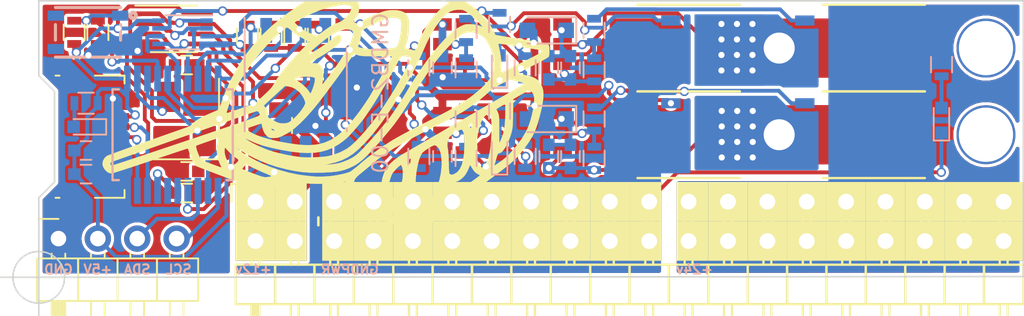
<source format=kicad_pcb>
(kicad_pcb (version 20171130) (host pcbnew "(5.1.2)-1")
  (layers (0 F.Cu signal hide) (31 B.Cu signal) (34 B.Paste user hide) (35 F.Paste user hide) (36 B.SilkS user) (37 F.SilkS user) (38 B.Mask user) (39 F.Mask user) (44 Edge.Cuts user))
  (net 0 "")
  (net 1 +5V)
  (net 2 GND)
  (net 3 "Net-(C3-Pad2)")
  (net 4 "Net-(C4-Pad1)")
  (net 5 "Net-(C4-Pad2)")
  (net 6 +12V)
  (net 7 GNDPWR)
  (net 8 "Net-(C8-Pad1)")
  (net 9 "Net-(C8-Pad2)")
  (net 10 "Net-(C11-Pad2)")
  (net 11 "Net-(C12-Pad1)")
  (net 12 "Net-(D1-Pad2)")
  (net 13 "Net-(D2-Pad2)")
  (net 14 "Net-(D3-Pad2)")
  (net 15 +24V)
  (net 16 "Net-(D7-Pad2)")
  (net 17 PGC/D-)
  (net 18 PGD/D+)
  (net 19 "Net-(J1-Pad4)")
  (net 20 SDA)
  (net 21 SCL)
  (net 22 "Net-(Q1-Pad2)")
  (net 23 "Net-(Q2-Pad2)")
  (net 24 "Net-(Q3-Pad2)")
  (net 25 "Net-(Q4-Pad2)")
  (net 26 *MCLR)
  (net 27 "Net-(R2-Pad1)")
  (net 28 "Net-(R3-Pad1)")
  (net 29 "Net-(R4-Pad1)")
  (net 30 "Net-(R5-Pad1)")
  (net 31 "Net-(R8-Pad1)")
  (net 32 "Net-(R9-Pad1)")
  (net 33 "Net-(R12-Pad1)")
  (net 34 "Net-(R13-Pad1)")
  (net 35 "Net-(R17-Pad2)")
  (net 36 "Net-(R18-Pad2)")
  (net 37 "Net-(R21-Pad1)")
  (net 38 "Net-(R22-Pad1)")
  (net 39 "Net-(S1-Pad2)")
  (net 40 "Net-(S1-Pad4)")
  (net 41 CW)
  (net 42 CCW)
  (net 43 "Net-(U1-Pad15)")
  (net 44 "Net-(U1-Pad16)")
  (net 45 PWM-A-AND)
  (net 46 PWM-B-OR)
  (net 47 PWM-A)
  (net 48 PWM-B)
  (net 49 PWM-B-AND)
  (net 50 PWM-A-OR)
  (module Logos:Bison_Large_upcut (layer F.Cu) (at 136.906 96.52)
    (fp_text reference G*** hide)
    (fp_text value LOGO hide)
  )
  (module Resistors_SMD:R_0603 (layer B.Cu) (at 149.479 95.504 90)
    (fp_text reference R8)
    (fp_text value 510)
    (pad 1 smd rect (at -0.75 0 90) (size 0.5 0.9) (layers B.Cu B.Paste B.Mask) (net 31 "Net-(R8-Pad1)"))
    (pad 2 smd rect (at 0.75 0 90) (size 0.5 0.9) (layers B.Cu B.Paste B.Mask) (net 45 PWM-A-AND))
  )
  (module Diodes_SMD:D_SOD-323_HandSoldering (layer B.Cu) (at 150.876 98.806 180)
    (fp_text reference D10)
    (fp_text value SBD)
    (pad 2 smd rect (at 1.25 0 180) (size 1 1) (layers B.Cu B.Paste B.Mask) (net 6 +12V))
    (pad 1 smd rect (at -1.25 0 180) (size 1 1) (layers B.Cu B.Paste B.Mask) (net 8 "Net-(C8-Pad1)"))
  )
  (module Diodes_SMD:D_SOD-323_HandSoldering (layer B.Cu) (at 150.876 93.091 180)
    (fp_text reference D4)
    (fp_text value SBD)
    (pad 2 smd rect (at 1.25 0 180) (size 1 1) (layers B.Cu B.Paste B.Mask) (net 6 +12V))
    (pad 1 smd rect (at -1.25 0 180) (size 1 1) (layers B.Cu B.Paste B.Mask) (net 4 "Net-(C4-Pad1)"))
  )
  (module pad:tactsw (layer B.Cu) (at 121.285 93.218 180)
    (fp_text reference S1)
    (fp_text value SKRPACE010 hide)
    (pad 1 smd rect (at -2.075 1.075 90) (size 0.65 1.05) (layers B.Cu B.Paste B.Mask) (net 26 *MCLR))
    (pad 2 smd rect (at 2.075 1.075 90) (size 0.65 1.05) (layers B.Cu B.Paste B.Mask) (net 39 "Net-(S1-Pad2)"))
    (pad 3 smd rect (at -2.075 -1.075 90) (size 0.65 1.05) (layers B.Cu B.Paste B.Mask) (net 2 GND))
    (pad 4 smd rect (at 2.075 -1.075 90) (size 0.65 1.05) (layers B.Cu B.Paste B.Mask) (net 40 "Net-(S1-Pad4)"))
  )
  (module Resistors_SMD:R_0603 (layer B.Cu) (at 147.828 92.71 270)
    (fp_text reference R10)
    (fp_text value 510)
    (pad 1 smd rect (at -0.75 0 270) (size 0.5 0.9) (layers B.Cu B.Paste B.Mask) (net 45 PWM-A-AND))
    (pad 2 smd rect (at 0.75 0 270) (size 0.5 0.9) (layers B.Cu B.Paste B.Mask) (net 13 "Net-(D2-Pad2)"))
  )
  (module pad:dipsw (layer B.Cu) (at 134.6835 96.901 270)
    (fp_text reference SW1)
    (fp_text value ADDRESS)
    (pad 1 smd rect (at -3.81 1.905 270) (size 1.6 0.76) (layers B.Cu B.Mask) (net 29 "Net-(R4-Pad1)"))
    (pad 5 smd rect (at 3.81 -1.905 270) (size 1.6 0.76) (layers B.Cu B.Mask) (net 1 +5V))
    (pad 2 smd rect (at -3.81 0.635 270) (size 1.6 0.76) (layers B.Cu B.Mask) (net 28 "Net-(R3-Pad1)"))
    (pad 6 smd rect (at 3.81 -0.635 270) (size 1.6 0.76) (layers B.Cu B.Mask) (net 1 +5V))
    (pad 3 smd rect (at -3.81 -0.635 270) (size 1.6 0.76) (layers B.Cu B.Mask) (net 27 "Net-(R2-Pad1)"))
    (pad 7 smd rect (at 3.81 0.635 270) (size 1.6 0.76) (layers B.Cu B.Mask) (net 1 +5V))
    (pad 4 smd rect (at -3.81 -1.905 270) (size 1.6 0.76) (layers B.Cu B.Mask) (net 30 "Net-(R5-Pad1)"))
    (pad 8 smd rect (at 3.81 1.905 270) (size 1.6 0.76) (layers B.Cu B.Mask) (net 1 +5V))
  )
  (module Resistors_SMD:R_0603 (layer F.Cu) (at 136.144 93.472 270)
    (fp_text reference R5)
    (fp_text value 10k)
    (pad 1 smd rect (at -0.75 0 270) (size 0.5 0.9) (layers F.Cu F.Paste F.Mask) (net 30 "Net-(R5-Pad1)"))
    (pad 2 smd rect (at 0.75 0 270) (size 0.5 0.9) (layers F.Cu F.Paste F.Mask) (net 2 GND))
  )
  (module pad:via (layer F.Cu) (at 128.27 98.0948)
    (fp_text reference via hide)
    (fp_text value v hide)
  )
  (module Housings_SSOP:SSOP-8_2.95x2.8mm_Pitch0.65mm (layer F.Cu) (at 126.83236 92.99448)
    (fp_text reference U7)
    (fp_text value OR2)
    (pad 1 smd rect (at -1.7 -0.975 270) (size 0.3 1.6) (layers F.Cu F.Paste F.Mask) (net 47 PWM-A))
    (pad 2 smd rect (at -1.7 -0.325 270) (size 0.3 1.6) (layers F.Cu F.Paste F.Mask) (net 41 CW))
    (pad 3 smd rect (at -1.7 0.325 270) (size 0.3 1.6) (layers F.Cu F.Paste F.Mask) (net 46 PWM-B-OR))
    (pad 4 smd rect (at -1.7 0.975 270) (size 0.3 1.6) (layers F.Cu F.Paste F.Mask) (net 2 GND))
    (pad 5 smd rect (at 1.7 0.975 270) (size 0.3 1.6) (layers F.Cu F.Paste F.Mask) (net 42 CCW))
    (pad 6 smd rect (at 1.7 0.325 270) (size 0.3 1.6) (layers F.Cu F.Paste F.Mask) (net 48 PWM-B))
    (pad 7 smd rect (at 1.7 -0.325 270) (size 0.3 1.6) (layers F.Cu F.Paste F.Mask) (net 50 PWM-A-OR))
    (pad 8 smd rect (at 1.7 -0.975 270) (size 0.3 1.6) (layers F.Cu F.Paste F.Mask) (net 1 +5V))
  )
  (module pad:TLP152 (layer F.Cu) (at 145.592 98.425 270)
    (fp_text reference U5)
    (fp_text value TLP152)
    (pad 1 smd rect (at 0 0 270) (size 0.8 1.2) (layers F.Cu F.Paste F.Mask) (net 37 "Net-(R21-Pad1)"))
    (pad 3 smd rect (at 2.54 0 270) (size 0.8 1.2) (layers F.Cu F.Paste F.Mask) (net 2 GND))
    (pad 6 smd rect (at 0 -6.3 270) (size 0.8 1.2) (layers F.Cu F.Paste F.Mask) (net 8 "Net-(C8-Pad1)"))
    (pad 5 smd rect (at 1.27 -6.3 270) (size 0.8 1.2) (layers F.Cu F.Paste F.Mask) (net 35 "Net-(R17-Pad2)"))
    (pad 4 smd rect (at 2.54 -6.3 270) (size 0.8 1.2) (layers F.Cu F.Paste F.Mask) (net 9 "Net-(C8-Pad2)"))
  )
  (module pad:SKB-SK54 (layer F.Cu) (at 163.322 94.234 180)
    (fp_text reference D6)
    (fp_text value SBD)
    (pad 1 smd rect (at 0 0 180) (size 3.03 3.82) (layers F.Cu F.Paste F.Mask) (net 5 "Net-(C4-Pad2)"))
    (pad 2 smd rect (at 6.87 0 180) (size 3.03 3.82) (layers F.Cu F.Paste F.Mask) (net 7 GNDPWR))
  )
  (module pad:HOLE (layer F.Cu) (at 165.862 94.234)
    (fp_text reference hoge)
    (fp_text value HOLE)
    (pad 1 thru_hole circle (at 0 0) (size 2.5 2.5) (drill 2) (layers *.Cu *.Mask) (net 5 "Net-(C4-Pad2)"))
  )
  (module pad:SKB-SK54 (layer F.Cu) (at 163.322 99.822 180)
    (fp_text reference D9)
    (fp_text value SBD)
    (pad 1 smd rect (at 0 0 180) (size 3.03 3.82) (layers F.Cu F.Paste F.Mask) (net 9 "Net-(C8-Pad2)"))
    (pad 2 smd rect (at 6.87 0 180) (size 3.03 3.82) (layers F.Cu F.Paste F.Mask) (net 7 GNDPWR))
  )
  (module pad:VSSOP-8_2.3x2mm_Pitch0.5mm (layer B.Cu) (at 127.381 93.218 180)
    (fp_text reference U2)
    (fp_text value AND2)
    (pad 1 smd rect (at -1.55 0.75 270) (size 0.3 0.8) (layers B.Cu B.Paste B.Mask) (net 47 PWM-A))
    (pad 2 smd rect (at -1.55 0.25 270) (size 0.3 0.8) (layers B.Cu B.Paste B.Mask) (net 41 CW))
    (pad 3 smd rect (at -1.55 -0.25 270) (size 0.3 0.8) (layers B.Cu B.Paste B.Mask) (net 49 PWM-B-AND))
    (pad 4 smd rect (at -1.55 -0.75 270) (size 0.3 0.8) (layers B.Cu B.Paste B.Mask) (net 2 GND))
    (pad 5 smd rect (at 1.55 -0.75 270) (size 0.3 0.8) (layers B.Cu B.Paste B.Mask) (net 42 CCW))
    (pad 6 smd rect (at 1.55 -0.25 270) (size 0.3 0.8) (layers B.Cu B.Paste B.Mask) (net 48 PWM-B))
    (pad 7 smd rect (at 1.55 0.25 270) (size 0.3 0.8) (layers B.Cu B.Paste B.Mask) (net 45 PWM-A-AND))
    (pad 8 smd rect (at 1.55 0.75 270) (size 0.3 0.8) (layers B.Cu B.Paste B.Mask) (net 1 +5V))
  )
  (module Capacitors_SMD:C_0603 (layer B.Cu) (at 121.158 102.362)
    (fp_text reference C1)
    (fp_text value 0.1u)
    (pad 1 smd rect (at -0.75 0) (size 0.8 0.75) (layers B.Cu B.Paste B.Mask) (net 1 +5V))
    (pad 2 smd rect (at 0.75 0) (size 0.8 0.75) (layers B.Cu B.Paste B.Mask) (net 2 GND))
  )
  (module Capacitors_SMD:C_0603 (layer B.Cu) (at 121.158 100.838)
    (fp_text reference C2)
    (fp_text value 1u)
    (pad 1 smd rect (at -0.75 0) (size 0.8 0.75) (layers B.Cu B.Paste B.Mask) (net 1 +5V))
    (pad 2 smd rect (at 0.75 0) (size 0.8 0.75) (layers B.Cu B.Paste B.Mask) (net 2 GND))
  )
  (module Capacitors_SMD:C_0603 (layer F.Cu) (at 127.647 103.5812 180)
    (fp_text reference C3)
    (fp_text value 0.1u)
    (pad 1 smd rect (at -0.75 0 180) (size 0.8 0.75) (layers F.Cu F.Paste F.Mask) (net 2 GND))
    (pad 2 smd rect (at 0.75 0 180) (size 0.8 0.75) (layers F.Cu F.Paste F.Mask) (net 3 "Net-(C3-Pad2)"))
  )
  (module Capacitors_SMD:C_0603 (layer B.Cu) (at 151.003 95.504 270)
    (fp_text reference C4)
    (fp_text value 0.1u)
    (pad 1 smd rect (at -0.75 0 270) (size 0.8 0.75) (layers B.Cu B.Paste B.Mask) (net 4 "Net-(C4-Pad1)"))
    (pad 2 smd rect (at 0.75 0 270) (size 0.8 0.75) (layers B.Cu B.Paste B.Mask) (net 5 "Net-(C4-Pad2)"))
  )
  (module Capacitors_SMD:C_0603 (layer B.Cu) (at 144.145 95.504 270)
    (fp_text reference C5)
    (fp_text value 0.1u)
    (pad 1 smd rect (at -0.75 0 270) (size 0.8 0.75) (layers B.Cu B.Paste B.Mask) (net 6 +12V))
    (pad 2 smd rect (at 0.75 0 270) (size 0.8 0.75) (layers B.Cu B.Paste B.Mask) (net 7 GNDPWR))
  )
  (module Capacitors_SMD:C_0603 (layer B.Cu) (at 152.4 95.504 270)
    (fp_text reference C6)
    (fp_text value 0.1u)
    (pad 1 smd rect (at -0.75 0 270) (size 0.8 0.75) (layers B.Cu B.Paste B.Mask) (net 4 "Net-(C4-Pad1)"))
    (pad 2 smd rect (at 0.75 0 270) (size 0.8 0.75) (layers B.Cu B.Paste B.Mask) (net 5 "Net-(C4-Pad2)"))
  )
  (module Capacitors_SMD:C_0603 (layer B.Cu) (at 152.4 101.219 270)
    (fp_text reference C8)
    (fp_text value 0.1u)
    (pad 1 smd rect (at -0.75 0 270) (size 0.8 0.75) (layers B.Cu B.Paste B.Mask) (net 8 "Net-(C8-Pad1)"))
    (pad 2 smd rect (at 0.75 0 270) (size 0.8 0.75) (layers B.Cu B.Paste B.Mask) (net 9 "Net-(C8-Pad2)"))
  )
  (module Capacitors_SMD:C_0603 (layer B.Cu) (at 151.003 101.219 270)
    (fp_text reference C9)
    (fp_text value 0.1u)
    (pad 1 smd rect (at -0.75 0 270) (size 0.8 0.75) (layers B.Cu B.Paste B.Mask) (net 8 "Net-(C8-Pad1)"))
    (pad 2 smd rect (at 0.75 0 270) (size 0.8 0.75) (layers B.Cu B.Paste B.Mask) (net 9 "Net-(C8-Pad2)"))
  )
  (module Capacitors_SMD:C_0603 (layer B.Cu) (at 144.145 101.219 270)
    (fp_text reference C10)
    (fp_text value 0.1u)
    (pad 1 smd rect (at -0.75 0 270) (size 0.8 0.75) (layers B.Cu B.Paste B.Mask) (net 6 +12V))
    (pad 2 smd rect (at 0.75 0 270) (size 0.8 0.75) (layers B.Cu B.Paste B.Mask) (net 7 GNDPWR))
  )
  (module Capacitors_SMD:C_0603 (layer F.Cu) (at 127.647 102.1842)
    (fp_text reference C11)
    (fp_text value C)
    (pad 1 smd rect (at -0.75 0) (size 0.8 0.75) (layers F.Cu F.Paste F.Mask) (net 2 GND))
    (pad 2 smd rect (at 0.75 0) (size 0.8 0.75) (layers F.Cu F.Paste F.Mask) (net 10 "Net-(C11-Pad2)"))
  )
  (module Capacitors_SMD:C_0603 (layer F.Cu) (at 127.647 95.3262)
    (fp_text reference C12)
    (fp_text value C)
    (pad 1 smd rect (at -0.75 0) (size 0.8 0.75) (layers F.Cu F.Paste F.Mask) (net 11 "Net-(C12-Pad1)"))
    (pad 2 smd rect (at 0.75 0) (size 0.8 0.75) (layers F.Cu F.Paste F.Mask) (net 2 GND))
  )
  (module LEDs:LED_0603 (layer B.Cu) (at 121.158 99.314 180)
    (fp_text reference D1)
    (fp_text value LED)
    (pad 2 smd rect (at 0.8 0) (size 0.8 0.8) (layers B.Cu B.Paste B.Mask) (net 12 "Net-(D1-Pad2)"))
    (pad 1 smd rect (at -0.8 0) (size 0.8 0.8) (layers B.Cu B.Paste B.Mask) (net 2 GND))
  )
  (module LEDs:LED_0603 (layer B.Cu) (at 147.828 95.504 90)
    (fp_text reference D2)
    (fp_text value LED)
    (pad 2 smd rect (at 0.8 0 270) (size 0.8 0.8) (layers B.Cu B.Paste B.Mask) (net 13 "Net-(D2-Pad2)"))
    (pad 1 smd rect (at -0.8 0 270) (size 0.8 0.8) (layers B.Cu B.Paste B.Mask) (net 2 GND))
  )
  (module LEDs:LED_0603 (layer B.Cu) (at 147.828 101.092 90)
    (fp_text reference D3)
    (fp_text value LED)
    (pad 2 smd rect (at 0.8 0 270) (size 0.8 0.8) (layers B.Cu B.Paste B.Mask) (net 14 "Net-(D3-Pad2)"))
    (pad 1 smd rect (at -0.8 0 270) (size 0.8 0.8) (layers B.Cu B.Paste B.Mask) (net 2 GND))
  )
  (module LEDs:LED_0603 (layer B.Cu) (at 176.3268 98.8948 90)
    (fp_text reference D7)
    (fp_text value LED)
    (pad 2 smd rect (at 0.8 0 270) (size 0.8 0.8) (layers B.Cu B.Paste B.Mask) (net 16 "Net-(D7-Pad2)"))
    (pad 1 smd rect (at -0.8 0 270) (size 0.8 0.8) (layers B.Cu B.Paste B.Mask) (net 7 GNDPWR))
  )
  (module Resistors_SMD:R_0603 (layer F.Cu) (at 121.92 93.218 270)
    (fp_text reference R1)
    (fp_text value JP)
    (pad 1 smd rect (at -0.75 0 270) (size 0.5 0.9) (layers F.Cu F.Paste F.Mask) (net 26 *MCLR))
    (pad 2 smd rect (at 0.75 0 270) (size 0.5 0.9) (layers F.Cu F.Paste F.Mask) (net 19 "Net-(J1-Pad4)"))
  )
  (module Resistors_SMD:R_0603 (layer F.Cu) (at 134.62 93.472 270)
    (fp_text reference R2)
    (fp_text value 10k)
    (pad 1 smd rect (at -0.75 0 270) (size 0.5 0.9) (layers F.Cu F.Paste F.Mask) (net 27 "Net-(R2-Pad1)"))
    (pad 2 smd rect (at 0.75 0 270) (size 0.5 0.9) (layers F.Cu F.Paste F.Mask) (net 2 GND))
  )
  (module Resistors_SMD:R_0603 (layer F.Cu) (at 133.096 93.472 270)
    (fp_text reference R3)
    (fp_text value 10k)
    (pad 1 smd rect (at -0.75 0 270) (size 0.5 0.9) (layers F.Cu F.Paste F.Mask) (net 28 "Net-(R3-Pad1)"))
    (pad 2 smd rect (at 0.75 0 270) (size 0.5 0.9) (layers F.Cu F.Paste F.Mask) (net 2 GND))
  )
  (module Resistors_SMD:R_0603 (layer F.Cu) (at 131.572 93.472 270)
    (fp_text reference R4)
    (fp_text value 10k)
    (pad 1 smd rect (at -0.75 0 270) (size 0.5 0.9) (layers F.Cu F.Paste F.Mask) (net 29 "Net-(R4-Pad1)"))
    (pad 2 smd rect (at 0.75 0 270) (size 0.5 0.9) (layers F.Cu F.Paste F.Mask) (net 2 GND))
  )
  (module Resistors_SMD:R_0603 (layer F.Cu) (at 120.396 93.218 90)
    (fp_text reference R6)
    (fp_text value 10k)
    (pad 1 smd rect (at -0.75 0 90) (size 0.5 0.9) (layers F.Cu F.Paste F.Mask) (net 1 +5V))
    (pad 2 smd rect (at 0.75 0 90) (size 0.5 0.9) (layers F.Cu F.Paste F.Mask) (net 26 *MCLR))
  )
  (module Resistors_SMD:R_0603 (layer B.Cu) (at 121.158 97.79 180)
    (fp_text reference R7)
    (fp_text value 510)
    (pad 1 smd rect (at -0.75 0 180) (size 0.5 0.9) (layers B.Cu B.Paste B.Mask) (net 1 +5V))
    (pad 2 smd rect (at 0.75 0 180) (size 0.5 0.9) (layers B.Cu B.Paste B.Mask) (net 12 "Net-(D1-Pad2)"))
  )
  (module Resistors_SMD:R_0603 (layer B.Cu) (at 142.621 95.504 90)
    (fp_text reference R9)
    (fp_text value 510)
    (pad 1 smd rect (at -0.75 0 90) (size 0.5 0.9) (layers B.Cu B.Paste B.Mask) (net 32 "Net-(R9-Pad1)"))
    (pad 2 smd rect (at 0.75 0 90) (size 0.5 0.9) (layers B.Cu B.Paste B.Mask) (net 46 PWM-B-OR))
  )
  (module Resistors_SMD:R_0603 (layer B.Cu) (at 147.828 98.298 270)
    (fp_text reference R11)
    (fp_text value 510)
    (pad 1 smd rect (at -0.75 0 270) (size 0.5 0.9) (layers B.Cu B.Paste B.Mask) (net 49 PWM-B-AND))
    (pad 2 smd rect (at 0.75 0 270) (size 0.5 0.9) (layers B.Cu B.Paste B.Mask) (net 14 "Net-(D3-Pad2)"))
  )
  (module Resistors_SMD:R_0603 (layer B.Cu) (at 153.924 95.631 270)
    (fp_text reference R12)
    (fp_text value 10k)
    (pad 1 smd rect (at -0.75 0 270) (size 0.5 0.9) (layers B.Cu B.Paste B.Mask) (net 33 "Net-(R12-Pad1)"))
    (pad 2 smd rect (at 0.75 0 270) (size 0.5 0.9) (layers B.Cu B.Paste B.Mask) (net 5 "Net-(C4-Pad2)"))
  )
  (module Resistors_SMD:R_0603 (layer B.Cu) (at 145.669 95.631 270)
    (fp_text reference R13)
    (fp_text value 10k)
    (pad 1 smd rect (at -0.75 0 270) (size 0.5 0.9) (layers B.Cu B.Paste B.Mask) (net 34 "Net-(R13-Pad1)"))
    (pad 2 smd rect (at 0.75 0 270) (size 0.5 0.9) (layers B.Cu B.Paste B.Mask) (net 7 GNDPWR))
  )
  (module Resistors_SMD:R_0603 (layer B.Cu) (at 153.924 93.091 270)
    (fp_text reference R14)
    (fp_text value 47)
    (pad 1 smd rect (at -0.75 0 270) (size 0.5 0.9) (layers B.Cu B.Paste B.Mask) (net 22 "Net-(Q1-Pad2)"))
    (pad 2 smd rect (at 0.75 0 270) (size 0.5 0.9) (layers B.Cu B.Paste B.Mask) (net 33 "Net-(R12-Pad1)"))
  )
  (module Resistors_SMD:R_0603 (layer B.Cu) (at 145.669 93.091 270)
    (fp_text reference R15)
    (fp_text value 47)
    (pad 1 smd rect (at -0.75 0 270) (size 0.5 0.9) (layers B.Cu B.Paste B.Mask) (net 23 "Net-(Q2-Pad2)"))
    (pad 2 smd rect (at 0.75 0 270) (size 0.5 0.9) (layers B.Cu B.Paste B.Mask) (net 34 "Net-(R13-Pad1)"))
  )
  (module Resistors_SMD:R_0603 (layer B.Cu) (at 176.33188 95.3008 270)
    (fp_text reference R16)
    (fp_text value 4.7k)
    (pad 1 smd rect (at -0.75 0 270) (size 0.5 0.9) (layers B.Cu B.Paste B.Mask) (net 15 +24V))
    (pad 2 smd rect (at 0.75 0 270) (size 0.5 0.9) (layers B.Cu B.Paste B.Mask) (net 16 "Net-(D7-Pad2)"))
  )
  (module Resistors_SMD:R_0603 (layer B.Cu) (at 153.924 98.806 270)
    (fp_text reference R17)
    (fp_text value 47)
    (pad 1 smd rect (at -0.75 0 270) (size 0.5 0.9) (layers B.Cu B.Paste B.Mask) (net 24 "Net-(Q3-Pad2)"))
    (pad 2 smd rect (at 0.75 0 270) (size 0.5 0.9) (layers B.Cu B.Paste B.Mask) (net 35 "Net-(R17-Pad2)"))
  )
  (module Resistors_SMD:R_0603 (layer B.Cu) (at 145.669 98.806 270)
    (fp_text reference R18)
    (fp_text value 47)
    (pad 1 smd rect (at -0.75 0 270) (size 0.5 0.9) (layers B.Cu B.Paste B.Mask) (net 25 "Net-(Q4-Pad2)"))
    (pad 2 smd rect (at 0.75 0 270) (size 0.5 0.9) (layers B.Cu B.Paste B.Mask) (net 36 "Net-(R18-Pad2)"))
  )
  (module Resistors_SMD:R_0603 (layer B.Cu) (at 153.924 101.346 270)
    (fp_text reference R19)
    (fp_text value 10k)
    (pad 1 smd rect (at -0.75 0 270) (size 0.5 0.9) (layers B.Cu B.Paste B.Mask) (net 35 "Net-(R17-Pad2)"))
    (pad 2 smd rect (at 0.75 0 270) (size 0.5 0.9) (layers B.Cu B.Paste B.Mask) (net 9 "Net-(C8-Pad2)"))
  )
  (module Resistors_SMD:R_0603 (layer B.Cu) (at 145.669 101.346 270)
    (fp_text reference R20)
    (fp_text value 10k)
    (pad 1 smd rect (at -0.75 0 270) (size 0.5 0.9) (layers B.Cu B.Paste B.Mask) (net 36 "Net-(R18-Pad2)"))
    (pad 2 smd rect (at 0.75 0 270) (size 0.5 0.9) (layers B.Cu B.Paste B.Mask) (net 7 GNDPWR))
  )
  (module Resistors_SMD:R_0603 (layer B.Cu) (at 149.479 101.219 90)
    (fp_text reference R21)
    (fp_text value 510)
    (pad 1 smd rect (at -0.75 0 90) (size 0.5 0.9) (layers B.Cu B.Paste B.Mask) (net 37 "Net-(R21-Pad1)"))
    (pad 2 smd rect (at 0.75 0 90) (size 0.5 0.9) (layers B.Cu B.Paste B.Mask) (net 49 PWM-B-AND))
  )
  (module Resistors_SMD:R_0603 (layer B.Cu) (at 142.621 101.219 90)
    (fp_text reference R22)
    (fp_text value 510)
    (pad 1 smd rect (at -0.75 0 90) (size 0.5 0.9) (layers B.Cu B.Paste B.Mask) (net 38 "Net-(R22-Pad1)"))
    (pad 2 smd rect (at 0.75 0 90) (size 0.5 0.9) (layers B.Cu B.Paste B.Mask) (net 50 PWM-A-OR))
  )
  (module pad:HOLE (layer F.Cu) (at 165.862 99.822)
    (fp_text reference REF**)
    (fp_text value HOLE)
    (pad 1 thru_hole circle (at 0 0) (size 2.5 2.5) (drill 2) (layers *.Cu *.Mask) (net 9 "Net-(C8-Pad2)"))
  )
  (module pad:pad (layer F.Cu) (at 179.197 94.234)
    (fp_text reference REF**)
    (fp_text value pad)
    (pad 1 thru_hole circle (at 0 0) (size 3.8 3.8) (drill 3.5) (layers *.Cu *.Mask))
  )
  (module pad:pad (layer F.Cu) (at 179.197 99.822)
    (fp_text reference REF**)
    (fp_text value pad)
    (pad 1 thru_hole circle (at 0 0) (size 3.8 3.8) (drill 3.5) (layers *.Cu *.Mask))
  )
  (module Connectors_USB:USB_Micro-B_Molex_47346-0001 (layer F.Cu) (at 121.92 99.949)
    (fp_text reference J1)
    (fp_text value USB_Micro)
    (pad 1 smd rect (at 1.33 -1.3) (size 1.38 0.45) (layers F.Cu F.Paste F.Mask) (net 1 +5V))
    (pad 2 smd rect (at 1.33 -0.65) (size 1.38 0.45) (layers F.Cu F.Paste F.Mask) (net 17 PGC/D-))
    (pad 3 smd rect (at 1.33 0) (size 1.38 0.45) (layers F.Cu F.Paste F.Mask) (net 18 PGD/D+))
    (pad 4 smd rect (at 1.33 0.65) (size 1.38 0.45) (layers F.Cu F.Paste F.Mask) (net 19 "Net-(J1-Pad4)"))
    (pad 5 smd rect (at 1.33 1.3) (size 1.38 0.45) (layers F.Cu F.Paste F.Mask) (net 2 GND))
    (pad 6 smd rect (at 0.97 -2.4625) (size 2.1 1.475) (layers F.Cu F.Paste F.Mask) (net 2 GND))
    (pad 6 smd rect (at 0.97 2.4625) (size 2.1 1.475) (layers F.Cu F.Paste F.Mask) (net 2 GND))
    (pad 6 smd rect (at -1.33 -2.91) (size 1.9 2.375) (layers F.Cu F.Paste F.Mask) (net 2 GND))
    (pad 6 smd rect (at -1.33 2.91) (size 1.9 2.375) (layers F.Cu F.Paste F.Mask) (net 2 GND))
    (pad 6 smd rect (at -1.33 -0.84) (size 1.9 1.175) (layers F.Cu F.Paste F.Mask) (net 2 GND))
    (pad 6 smd rect (at -1.33 0.84) (size 1.9 1.175) (layers F.Cu F.Paste F.Mask) (net 2 GND))
  )
  (module pad:TLP152 (layer F.Cu) (at 137.845 92.71 270)
    (fp_text reference U4)
    (fp_text value TLP152)
    (pad 1 smd rect (at 0 0 270) (size 0.8 1.2) (layers F.Cu F.Paste F.Mask) (net 32 "Net-(R9-Pad1)"))
    (pad 3 smd rect (at 2.54 0 270) (size 0.8 1.2) (layers F.Cu F.Paste F.Mask) (net 2 GND))
    (pad 6 smd rect (at 0 -6.3 270) (size 0.8 1.2) (layers F.Cu F.Paste F.Mask) (net 6 +12V))
    (pad 5 smd rect (at 1.27 -6.3 270) (size 0.8 1.2) (layers F.Cu F.Paste F.Mask) (net 34 "Net-(R13-Pad1)"))
    (pad 4 smd rect (at 2.54 -6.3 270) (size 0.8 1.2) (layers F.Cu F.Paste F.Mask) (net 7 GNDPWR))
  )
  (module pad:TLP152 (layer F.Cu) (at 145.592 92.71 270)
    (fp_text reference U3)
    (fp_text value TLP152)
    (pad 1 smd rect (at 0 0 270) (size 0.8 1.2) (layers F.Cu F.Paste F.Mask) (net 31 "Net-(R8-Pad1)"))
    (pad 3 smd rect (at 2.54 0 270) (size 0.8 1.2) (layers F.Cu F.Paste F.Mask) (net 2 GND))
    (pad 6 smd rect (at 0 -6.3 270) (size 0.8 1.2) (layers F.Cu F.Paste F.Mask) (net 4 "Net-(C4-Pad1)"))
    (pad 5 smd rect (at 1.27 -6.3 270) (size 0.8 1.2) (layers F.Cu F.Paste F.Mask) (net 33 "Net-(R12-Pad1)"))
    (pad 4 smd rect (at 2.54 -6.3 270) (size 0.8 1.2) (layers F.Cu F.Paste F.Mask) (net 5 "Net-(C4-Pad2)"))
  )
  (module pad:TLP152 (layer F.Cu) (at 137.845 98.425 270)
    (fp_text reference U6)
    (fp_text value TLP152)
    (pad 1 smd rect (at 0 0 270) (size 0.8 1.2) (layers F.Cu F.Paste F.Mask) (net 38 "Net-(R22-Pad1)"))
    (pad 3 smd rect (at 2.54 0 270) (size 0.8 1.2) (layers F.Cu F.Paste F.Mask) (net 2 GND))
    (pad 6 smd rect (at 0 -6.3 270) (size 0.8 1.2) (layers F.Cu F.Paste F.Mask) (net 6 +12V))
    (pad 5 smd rect (at 1.27 -6.3 270) (size 0.8 1.2) (layers F.Cu F.Paste F.Mask) (net 36 "Net-(R18-Pad2)"))
    (pad 4 smd rect (at 2.54 -6.3 270) (size 0.8 1.2) (layers F.Cu F.Paste F.Mask) (net 7 GNDPWR))
  )
  (module pad:Crystal_SMD_EuroQuartz_MT-4pin_3.2x2.5mm_HandSoldering (layer F.Cu) (at 127.635 98.806 90)
    (fp_text reference Y1)
    (fp_text value Crystal_GND24)
    (pad 1 smd rect (at -1.425 1.15 90) (size 1.95 1.5) (layers F.Cu F.Mask) (net 10 "Net-(C11-Pad2)"))
    (pad 2 smd rect (at 1.425 1.15 90) (size 1.95 1.5) (layers F.Cu F.Mask) (net 2 GND))
    (pad 3 smd rect (at 1.425 -1.15 90) (size 1.95 1.5) (layers F.Cu F.Mask) (net 11 "Net-(C12-Pad1)"))
    (pad 4 smd rect (at -1.425 -1.15 90) (size 1.95 1.5) (layers F.Cu F.Mask) (net 2 GND))
  )
  (module pad:SKB-SK54 (layer F.Cu) (at 175.26 94.234 180)
    (fp_text reference D5)
    (fp_text value SBD)
    (pad 1 smd rect (at 0 0 180) (size 3.03 3.82) (layers F.Cu F.Paste F.Mask) (net 15 +24V))
    (pad 2 smd rect (at 6.87 0 180) (size 3.03 3.82) (layers F.Cu F.Paste F.Mask) (net 5 "Net-(C4-Pad2)"))
  )
  (module pad:SKB-SK54 (layer F.Cu) (at 175.26 99.822 180)
    (fp_text reference D8)
    (fp_text value SBD)
    (pad 1 smd rect (at 0 0 180) (size 3.03 3.82) (layers F.Cu F.Paste F.Mask) (net 15 +24V))
    (pad 2 smd rect (at 6.87 0 180) (size 3.03 3.82) (layers F.Cu F.Paste F.Mask) (net 9 "Net-(C8-Pad2)"))
  )
  (module pad:PIC18F14K50 (layer B.Cu) (at 126.746 99.822 270)
    (fp_text reference U1)
    (fp_text value PIC18F14K50-I/SS)
    (pad 1 smd rect (at -3.617399 2.925 270) (size 1.6764 0.4318) (layers B.Cu B.Paste B.Mask) (net 1 +5V))
    (pad 2 smd rect (at -3.617399 2.274999 270) (size 1.6764 0.4318) (layers B.Cu B.Paste B.Mask) (net 11 "Net-(C12-Pad1)"))
    (pad 3 smd rect (at -3.617399 1.625001 270) (size 1.6764 0.4318) (layers B.Cu B.Paste B.Mask) (net 10 "Net-(C11-Pad2)"))
    (pad 4 smd rect (at -3.617399 0.974999 270) (size 1.6764 0.4318) (layers B.Cu B.Paste B.Mask) (net 26 *MCLR))
    (pad 5 smd rect (at -3.617399 0.325001 270) (size 1.6764 0.4318) (layers B.Cu B.Paste B.Mask) (net 47 PWM-A))
    (pad 6 smd rect (at -3.617399 -0.324998 270) (size 1.6764 0.4318) (layers B.Cu B.Paste B.Mask) (net 48 PWM-B))
    (pad 7 smd rect (at -3.617399 -0.974999 270) (size 1.6764 0.4318) (layers B.Cu B.Paste B.Mask) (net 41 CW))
    (pad 8 smd rect (at -3.617399 -1.624998 270) (size 1.6764 0.4318) (layers B.Cu B.Paste B.Mask) (net 29 "Net-(R4-Pad1)"))
    (pad 9 smd rect (at -3.617399 -2.274999 270) (size 1.6764 0.4318) (layers B.Cu B.Paste B.Mask) (net 28 "Net-(R3-Pad1)"))
    (pad 10 smd rect (at -3.617399 -2.924998 270) (size 1.6764 0.4318) (layers B.Cu B.Paste B.Mask) (net 27 "Net-(R2-Pad1)"))
    (pad 11 smd rect (at 3.617399 -2.925 270) (size 1.6764 0.4318) (layers B.Cu B.Paste B.Mask) (net 21 SCL))
    (pad 12 smd rect (at 3.617399 -2.275002 270) (size 1.6764 0.4318) (layers B.Cu B.Paste B.Mask) (net 30 "Net-(R5-Pad1)"))
    (pad 13 smd rect (at 3.617399 -1.625001 270) (size 1.6764 0.4318) (layers B.Cu B.Paste B.Mask) (net 20 SDA))
    (pad 14 smd rect (at 3.617399 -0.975002 270) (size 1.6764 0.4318) (layers B.Cu B.Paste B.Mask) (net 42 CCW))
    (pad 15 smd rect (at 3.617399 -0.325001 270) (size 1.6764 0.4318) (layers B.Cu B.Paste B.Mask) (net 43 "Net-(U1-Pad15)"))
    (pad 16 smd rect (at 3.617399 0.324998 270) (size 1.6764 0.4318) (layers B.Cu B.Paste B.Mask) (net 44 "Net-(U1-Pad16)"))
    (pad 17 smd rect (at 3.617399 0.974999 270) (size 1.6764 0.4318) (layers B.Cu B.Paste B.Mask) (net 3 "Net-(C3-Pad2)"))
    (pad 18 smd rect (at 3.617399 1.624998 270) (size 1.6764 0.4318) (layers B.Cu B.Paste B.Mask) (net 17 PGC/D-))
    (pad 19 smd rect (at 3.617399 2.274999 270) (size 1.6764 0.4318) (layers B.Cu B.Paste B.Mask) (net 18 PGD/D+))
    (pad 20 smd rect (at 3.617399 2.924998 270) (size 1.6764 0.4318) (layers B.Cu B.Paste B.Mask) (net 2 GND))
  )
  (module pad:Pin_Header_Angled_2x20 (layer F.Cu) (at 180.34 104.14 270)
    (fp_text reference J4)
    (fp_text value POWER)
    (pad 1 thru_hole rect (at 2.54 48.26 270) (size 2.54 2.54) (drill 1.016) (layers *.Cu *.Mask F.SilkS) (net 6 +12V))
    (pad 1 thru_hole rect (at 0 48.26 270) (size 2.54 2.54) (drill 1.016) (layers *.Cu *.Mask F.SilkS) (net 6 +12V))
    (pad 1 thru_hole rect (at 0 45.72 270) (size 2.54 2.04) (drill 1.016 (offset 0 0.25)) (layers *.Cu *.Mask F.SilkS) (net 6 +12V))
    (pad 1 thru_hole rect (at 2.54 45.72 270) (size 2.54 2.04) (drill 1.016 (offset 0 0.25)) (layers *.Cu *.Mask F.SilkS) (net 6 +12V))
    (pad 2 thru_hole rect (at 0 43.18 270) (size 2.54 2.04) (drill 1.016 (offset 0 -0.25)) (layers *.Cu *.Mask F.SilkS) (net 7 GNDPWR))
    (pad 2 thru_hole rect (at 2.54 43.18 270) (size 2.54 2.04) (drill 1.016 (offset 0 -0.25)) (layers *.Cu *.Mask F.SilkS) (net 7 GNDPWR))
    (pad 2 thru_hole rect (at 0 38.1 270) (size 2.54 2.54) (drill 1.016) (layers *.Cu *.Mask F.SilkS) (net 7 GNDPWR))
    (pad 2 thru_hole rect (at 2.54 38.1 270) (size 2.54 2.54) (drill 1.016) (layers *.Cu *.Mask F.SilkS) (net 7 GNDPWR))
    (pad 2 thru_hole rect (at 0 40.64 270) (size 2.54 2.54) (drill 1.016) (layers *.Cu *.Mask F.SilkS) (net 7 GNDPWR))
    (pad 2 thru_hole rect (at 2.54 40.64 270) (size 2.54 2.54) (drill 1.016) (layers *.Cu *.Mask F.SilkS) (net 7 GNDPWR))
    (pad 2 thru_hole rect (at 2.54 33.02 270) (size 2.54 2.54) (drill 1.016) (layers *.Cu *.Mask F.SilkS) (net 7 GNDPWR))
    (pad 2 thru_hole rect (at 0 33.02 270) (size 2.54 2.54) (drill 1.016) (layers *.Cu *.Mask F.SilkS) (net 7 GNDPWR))
    (pad 2 thru_hole rect (at 0 35.56 270) (size 2.54 2.54) (drill 1.016) (layers *.Cu *.Mask F.SilkS) (net 7 GNDPWR))
    (pad 2 thru_hole rect (at 2.54 35.56 270) (size 2.54 2.54) (drill 1.016) (layers *.Cu *.Mask F.SilkS) (net 7 GNDPWR))
    (pad 2 thru_hole rect (at 2.54 30.48 270) (size 2.54 2.54) (drill 1.016) (layers *.Cu *.Mask F.SilkS) (net 7 GNDPWR))
    (pad 2 thru_hole rect (at 0 30.48 270) (size 2.54 2.54) (drill 1.016) (layers *.Cu *.Mask F.SilkS) (net 7 GNDPWR))
    (pad 2 thru_hole rect (at 0 27.94 270) (size 2.54 2.54) (drill 1.016) (layers *.Cu *.Mask F.SilkS) (net 7 GNDPWR))
    (pad 2 thru_hole rect (at 2.54 27.94 270) (size 2.54 2.54) (drill 1.016) (layers *.Cu *.Mask F.SilkS) (net 7 GNDPWR))
    (pad 2 thru_hole rect (at 2.54 25.4 270) (size 2.54 2.54) (drill 1.016) (layers *.Cu *.Mask F.SilkS) (net 7 GNDPWR))
    (pad 2 thru_hole rect (at 0 25.4 270) (size 2.54 2.54) (drill 1.016) (layers *.Cu *.Mask F.SilkS) (net 7 GNDPWR))
    (pad 2 thru_hole rect (at 2.54 22.86 270) (size 2.54 2.04) (drill 1.016 (offset 0 0.25)) (layers *.Cu *.Mask F.SilkS) (net 7 GNDPWR))
    (pad 2 thru_hole rect (at 0 22.86 270) (size 2.54 2.04) (drill 1.016 (offset 0 0.25)) (layers *.Cu *.Mask F.SilkS) (net 7 GNDPWR))
    (pad 3 thru_hole rect (at 2.54 20.32 270) (size 2.54 2.04) (drill 1.016 (offset 0 -0.25)) (layers *.Cu *.Mask F.SilkS) (net 15 +24V))
    (pad 3 thru_hole rect (at 0 20.32 270) (size 2.54 2.04) (drill 1.016 (offset 0 -0.25)) (layers *.Cu *.Mask F.SilkS) (net 15 +24V))
    (pad 3 thru_hole rect (at 2.54 15.24 270) (size 2.54 2.54) (drill 1.016) (layers *.Cu *.Mask F.SilkS) (net 15 +24V))
    (pad 3 thru_hole rect (at 0 15.24 270) (size 2.54 2.54) (drill 1.016) (layers *.Cu *.Mask F.SilkS) (net 15 +24V))
    (pad 3 thru_hole rect (at 0 17.78 270) (size 2.54 2.54) (drill 1.016) (layers *.Cu *.Mask F.SilkS) (net 15 +24V))
    (pad 3 thru_hole rect (at 2.54 17.78 270) (size 2.54 2.54) (drill 1.016) (layers *.Cu *.Mask F.SilkS) (net 15 +24V))
    (pad 3 thru_hole rect (at 2.54 12.7 270) (size 2.54 2.54) (drill 1.016) (layers *.Cu *.Mask F.SilkS) (net 15 +24V))
    (pad 3 thru_hole rect (at 0 12.7 270) (size 2.54 2.54) (drill 1.016) (layers *.Cu *.Mask F.SilkS) (net 15 +24V))
    (pad 3 thru_hole rect (at 0 10.16 270) (size 2.54 2.54) (drill 1.016) (layers *.Cu *.Mask F.SilkS) (net 15 +24V))
    (pad 3 thru_hole rect (at 2.54 10.16 270) (size 2.54 2.54) (drill 1.016) (layers *.Cu *.Mask F.SilkS) (net 15 +24V))
    (pad 3 thru_hole rect (at 2.54 0 270) (size 2.54 2.54) (drill 1.016) (layers *.Cu *.Mask F.SilkS) (net 15 +24V))
    (pad 3 thru_hole rect (at 0 0 270) (size 2.54 2.54) (drill 1.016) (layers *.Cu *.Mask F.SilkS) (net 15 +24V))
    (pad 3 thru_hole rect (at 0 2.54 270) (size 2.54 2.54) (drill 1.016) (layers *.Cu *.Mask F.SilkS) (net 15 +24V))
    (pad 3 thru_hole rect (at 2.54 2.54 270) (size 2.54 2.54) (drill 1.016) (layers *.Cu *.Mask F.SilkS) (net 15 +24V))
    (pad 3 thru_hole rect (at 2.54 7.62 270) (size 2.54 2.54) (drill 1.016) (layers *.Cu *.Mask F.SilkS) (net 15 +24V))
    (pad 3 thru_hole rect (at 0 7.62 270) (size 2.54 2.54) (drill 1.016) (layers *.Cu *.Mask F.SilkS) (net 15 +24V))
    (pad 3 thru_hole rect (at 0 5.08 270) (size 2.54 2.54) (drill 1.016) (layers *.Cu *.Mask F.SilkS) (net 15 +24V))
    (pad 3 thru_hole rect (at 2.54 5.08 270) (size 2.54 2.54) (drill 1.016) (layers *.Cu *.Mask F.SilkS) (net 15 +24V))
  )
  (module pad:PIN4 (layer F.Cu) (at 119.38 115.57 90)
    (fp_text reference J2)
    (fp_text value I2C)
    (pad 1 thru_hole rect (at 9.05 0 90) (size 1.7 1.7) (drill 1) (layers *.Cu *.Mask) (net 2 GND))
    (pad 2 thru_hole oval (at 9.05 2.54 90) (size 1.7 1.7) (drill 1) (layers *.Cu *.Mask) (net 1 +5V))
    (pad 3 thru_hole oval (at 9.05 5.08 90) (size 1.7 1.7) (drill 1) (layers *.Cu *.Mask) (net 20 SDA))
    (pad 4 thru_hole oval (at 9.05 7.62 90) (size 1.7 1.7) (drill 1) (layers *.Cu *.Mask) (net 21 SCL))
  )
  (module pad:STL120N8F7 (layer B.Cu) (at 158.877 96.266 90)
    (fp_text reference Q2)
    (fp_text value NchFET)
    (pad 3 smd rect (at 1.27 0 90) (size 3.19 1.25) (layers B.Cu B.Paste B.Mask) (net 7 GNDPWR))
    (pad 1 smd rect (at 1.905 3.75 90) (size 4.6 4.45) (layers B.Cu B.Paste B.Mask) (net 5 "Net-(C4-Pad2)"))
    (pad 2 smd rect (at 3.81 0 90) (size 0.65 1.25) (layers B.Cu B.Paste B.Mask) (net 23 "Net-(Q2-Pad2)"))
  )
  (module pad:STL120N8F7 (layer B.Cu) (at 167.513 96.266 90)
    (fp_text reference Q1)
    (fp_text value NchFET)
    (pad 3 smd rect (at 1.27 0 90) (size 3.19 1.25) (layers B.Cu B.Paste B.Mask) (net 5 "Net-(C4-Pad2)"))
    (pad 1 smd rect (at 1.905 3.75 90) (size 4.6 4.45) (layers B.Cu B.Paste B.Mask) (net 15 +24V))
    (pad 2 smd rect (at 3.81 0 90) (size 0.65 1.25) (layers B.Cu B.Paste B.Mask) (net 22 "Net-(Q1-Pad2)"))
  )
  (module pad:STL120N8F7 (layer B.Cu) (at 158.877 101.6 90)
    (fp_text reference Q4)
    (fp_text value NchFET)
    (pad 3 smd rect (at 1.27 0 90) (size 3.19 1.25) (layers B.Cu B.Paste B.Mask) (net 7 GNDPWR))
    (pad 1 smd rect (at 1.905 3.75 90) (size 4.6 4.45) (layers B.Cu B.Paste B.Mask) (net 9 "Net-(C8-Pad2)"))
    (pad 2 smd rect (at 3.81 0 90) (size 0.65 1.25) (layers B.Cu B.Paste B.Mask) (net 25 "Net-(Q4-Pad2)"))
  )
  (module pad:STL120N8F7 (layer B.Cu) (at 167.513 101.6 90)
    (fp_text reference Q3)
    (fp_text value NchFET)
    (pad 3 smd rect (at 1.27 0 90) (size 3.19 1.25) (layers B.Cu B.Paste B.Mask) (net 9 "Net-(C8-Pad2)"))
    (pad 1 smd rect (at 1.905 3.75 90) (size 4.6 4.45) (layers B.Cu B.Paste B.Mask) (net 15 +24V))
    (pad 2 smd rect (at 3.81 0 90) (size 0.65 1.25) (layers B.Cu B.Paste B.Mask) (net 24 "Net-(Q3-Pad2)"))
  )
  (module Capacitors_SMD:C_0805 (layer F.Cu) (at 133.59384 99.2284 270)
    (fp_text reference C7)
    (fp_text value 22u)
    (pad 1 smd rect (at -1 0 270) (size 1 1.25) (layers F.Cu F.Paste F.Mask) (net 6 +12V))
    (pad 2 smd rect (at 1 0 270) (size 1 1.25) (layers F.Cu F.Paste F.Mask) (net 7 GNDPWR))
  )
  (gr_text GMDB2-E-00 (at 140.1445 97.1423 90) (layer B.SilkS) (effects (font (size 1 1) (thickness 0.13)) (justify mirror)))
  (gr_line (start 119.126 97.028) (end 119.126 102.87) (angle 90) (layer Edge.Cuts) (width 0.1))
  (gr_text GND (at 119.38 108.5088) (layer B.SilkS) (effects (font (size 0.6 0.6) (thickness 0.13)) (justify mirror)))
  (gr_text +5V (at 121.92 108.5088) (layer B.SilkS) (effects (font (size 0.6 0.6) (thickness 0.13)) (justify mirror)))
  (gr_text SDA (at 124.46 108.5088) (layer B.SilkS) (effects (font (size 0.6 0.6) (thickness 0.13)) (justify mirror)))
  (gr_text SCL (at 127.127 108.5088) (layer B.SilkS) (effects (font (size 0.6 0.6) (thickness 0.13)) (justify mirror)))
  (gr_text +24v (at 160.401 108.5088) (layer B.SilkS) (effects (font (size 0.6 0.6) (thickness 0.13)) (justify mirror)))
  (gr_text GNDPWR (at 138.176 108.5088) (layer B.SilkS) (effects (font (size 0.6 0.6) (thickness 0.13)) (justify mirror)))
  (gr_text +12v (at 131.953 108.5088) (layer B.SilkS) (effects (font (size 0.6 0.6) (thickness 0.13)) (justify mirror)))
  (target plus (at 118.11 109.0168) (size 5) (width 0.1) (layer Edge.Cuts))
  (gr_line (start 118.11 103.886) (end 118.11 109.0168) (layer Edge.Cuts) (width 0.1))
  (gr_line (start 181.61 108.966) (end 181.61 91.186) (layer Edge.Cuts) (width 0.1))
  (gr_line (start 181.61 108.966) (end 118.11 109.0168) (layer Edge.Cuts) (width 0.1))
  (gr_line (start 118.11 96.012) (end 118.11 91.186) (layer Edge.Cuts) (width 0.1))
  (gr_line (start 181.61 91.186) (end 118.11 91.186) (layer Edge.Cuts) (width 0.1))
  (gr_line (start 119.126 102.87) (end 118.11 103.886) (angle 90) (layer Edge.Cuts) (width 0.1))
  (gr_line (start 119.126 97.028) (end 118.11 96.012) (angle 90) (layer Edge.Cuts) (width 0.1))
  (segment (start 120.534061 94.935832) (end 120.534061 94.511568) (width 0.25) (layer B.Cu) (net 1))
  (segment (start 121.80283 96.204601) (end 120.534061 94.935832) (width 0.25) (layer B.Cu) (net 1))
  (segment (start 122.077627 92.968002) (end 120.83406 94.211569) (width 0.25) (layer B.Cu) (net 1))
  (segment (start 120.439568 94.511568) (end 120.534061 94.511568) (width 0.25) (layer F.Cu) (net 1))
  (segment (start 120.396 94.468) (end 120.439568 94.511568) (width 0.25) (layer F.Cu) (net 1))
  (via (at 120.534061 94.511568) (size 0.6) (drill 0.4) (layers F.Cu B.Cu) (net 1))
  (segment (start 120.83406 94.211569) (end 120.534061 94.511568) (width 0.25) (layer B.Cu) (net 1))
  (segment (start 123.821 96.204601) (end 121.80283 96.204601) (width 0.25) (layer B.Cu) (net 1))
  (segment (start 120.396 93.968) (end 120.396 94.468) (width 0.25) (layer F.Cu) (net 1))
  (segment (start 123.2154 92.968002) (end 122.077627 92.968002) (width 0.25) (layer B.Cu) (net 1))
  (segment (start 121.908 97.09) (end 121.908 97.79) (width 0.25) (layer B.Cu) (net 1))
  (segment (start 123.321319 96.861498) (end 122.136502 96.861498) (width 0.25) (layer B.Cu) (net 1))
  (segment (start 122.136502 96.861498) (end 121.908 97.09) (width 0.25) (layer B.Cu) (net 1))
  (segment (start 123.553861 97.09404) (end 123.321319 96.861498) (width 0.25) (layer B.Cu) (net 1))
  (segment (start 127.564001 107.695001) (end 123.095001 107.695001) (width 0.25) (layer B.Cu) (net 1))
  (segment (start 130.211901 105.047101) (end 127.564001 107.695001) (width 0.25) (layer B.Cu) (net 1))
  (segment (start 122.769999 107.369999) (end 121.92 106.52) (width 0.25) (layer B.Cu) (net 1))
  (segment (start 131.382872 102.526628) (end 130.332872 102.526628) (width 0.25) (layer B.Cu) (net 1))
  (segment (start 132.7785 101.131) (end 131.382872 102.526628) (width 0.25) (layer B.Cu) (net 1))
  (segment (start 132.7785 100.711) (end 132.7785 101.131) (width 0.25) (layer B.Cu) (net 1))
  (segment (start 130.211901 102.647599) (end 130.211901 105.047101) (width 0.25) (layer B.Cu) (net 1))
  (segment (start 123.095001 107.695001) (end 122.769999 107.369999) (width 0.25) (layer B.Cu) (net 1))
  (segment (start 130.332872 102.526628) (end 130.211901 102.647599) (width 0.25) (layer B.Cu) (net 1))
  (segment (start 123.2154 92.968002) (end 123.97 92.968002) (width 0.25) (layer B.Cu) (net 1))
  (segment (start 123.97 92.968002) (end 124.470002 92.468) (width 0.25) (layer B.Cu) (net 1))
  (segment (start 124.470002 92.468) (end 125.181 92.468) (width 0.25) (layer B.Cu) (net 1))
  (segment (start 125.181 92.468) (end 125.831 92.468) (width 0.25) (layer B.Cu) (net 1))
  (segment (start 128.53236 92.01948) (end 127.48236 92.01948) (width 0.25) (layer F.Cu) (net 1))
  (via (at 123.2154 92.968002) (size 0.6) (drill 0.4) (layers F.Cu B.Cu) (net 1))
  (segment (start 127.48236 92.01948) (end 127.007359 91.544479) (width 0.25) (layer F.Cu) (net 1))
  (segment (start 127.007359 91.544479) (end 123.920951 91.544479) (width 0.25) (layer F.Cu) (net 1))
  (segment (start 123.920951 91.544479) (end 123.2154 92.25003) (width 0.25) (layer F.Cu) (net 1))
  (segment (start 123.2154 92.25003) (end 123.2154 92.968002) (width 0.25) (layer F.Cu) (net 1))
  (segment (start 124.223091 98.649) (end 124.324781 98.54731) (width 0.25) (layer F.Cu) (net 1))
  (segment (start 124.024782 98.247311) (end 124.324781 98.54731) (width 0.25) (layer B.Cu) (net 1))
  (segment (start 123.25 98.649) (end 124.223091 98.649) (width 0.25) (layer F.Cu) (net 1))
  (segment (start 123.821 98.043529) (end 124.024782 98.247311) (width 0.25) (layer B.Cu) (net 1))
  (segment (start 123.821 97.4344) (end 123.821 98.043529) (width 0.25) (layer B.Cu) (net 1))
  (via (at 124.324781 98.54731) (size 0.6) (drill 0.4) (layers F.Cu B.Cu) (net 1))
  (segment (start 123.821 97.4344) (end 123.821 96.204601) (width 0.25) (layer B.Cu) (net 1))
  (segment (start 123.821 97.361179) (end 123.553861 97.09404) (width 0.25) (layer B.Cu) (net 1))
  (segment (start 123.821 96.826901) (end 123.553861 97.09404) (width 0.25) (layer B.Cu) (net 1))
  (segment (start 123.821 97.4344) (end 123.821 97.361179) (width 0.25) (layer B.Cu) (net 1))
  (segment (start 120.408 100.838) (end 120.433 100.838) (width 0.25) (layer B.Cu) (net 1))
  (segment (start 120.433 100.838) (end 121.232999 100.038001) (width 0.25) (layer B.Cu) (net 1))
  (segment (start 121.232999 100.038001) (end 121.232999 98.665001) (width 0.25) (layer B.Cu) (net 1))
  (segment (start 121.232999 98.665001) (end 121.908 97.99) (width 0.25) (layer B.Cu) (net 1))
  (segment (start 121.908 97.99) (end 121.908 97.79) (width 0.25) (layer B.Cu) (net 1))
  (segment (start 135.3185 100.711) (end 136.5885 100.711) (width 0.25) (layer B.Cu) (net 1))
  (segment (start 134.0485 100.711) (end 135.3185 100.711) (width 0.25) (layer B.Cu) (net 1))
  (segment (start 132.7785 100.711) (end 134.0485 100.711) (width 0.25) (layer B.Cu) (net 1))
  (segment (start 120.408 102.108) (end 120.433 102.108) (width 0.25) (layer B.Cu) (net 1))
  (segment (start 121.92 105.317919) (end 121.92 106.52) (width 0.25) (layer B.Cu) (net 1))
  (segment (start 120.408 100.838) (end 120.408 102.108) (width 0.25) (layer B.Cu) (net 1))
  (segment (start 123.821 96.204601) (end 123.821 96.826901) (width 0.25) (layer B.Cu) (net 1))
  (segment (start 121.92 103.849) (end 121.92 103.886) (width 0.25) (layer B.Cu) (net 1))
  (segment (start 120.433 102.362) (end 121.92 103.849) (width 0.25) (layer B.Cu) (net 1))
  (segment (start 120.408 102.362) (end 120.433 102.362) (width 0.25) (layer B.Cu) (net 1))
  (segment (start 121.92 103.886) (end 121.92 105.317919) (width 0.25) (layer B.Cu) (net 1))
  (segment (start 136.6266 99.0966) (end 136.6266 98.3996) (width 0.25) (layer F.Cu) (net 2))
  (segment (start 137.845 100.315) (end 136.6266 99.0966) (width 0.25) (layer F.Cu) (net 2))
  (segment (start 137.845 100.965) (end 137.845 100.315) (width 0.25) (layer F.Cu) (net 2))
  (segment (start 136.6266 95.62592) (end 136.87552 95.377) (width 0.25) (layer B.Cu) (net 2))
  (via (at 136.6266 98.3996) (size 0.6) (drill 0.4) (layers F.Cu B.Cu) (net 2))
  (segment (start 136.6266 98.3996) (end 136.6266 95.62592) (width 0.25) (layer B.Cu) (net 2))
  (segment (start 142.040679 95.48672) (end 142.508961 95.955002) (width 0.25) (layer F.Cu) (net 2))
  (segment (start 143.535939 98.631001) (end 143.108959 98.204021) (width 0.25) (layer B.Cu) (net 2))
  (segment (start 146.289105 98.631001) (end 143.535939 98.631001) (width 0.25) (layer B.Cu) (net 2))
  (segment (start 146.77644 99.5426) (end 146.77644 99.118336) (width 0.25) (layer B.Cu) (net 2))
  (via (at 142.80896 97.904022) (size 0.6) (drill 0.4) (layers F.Cu B.Cu) (net 2))
  (segment (start 146.77644 99.118336) (end 146.289105 98.631001) (width 0.25) (layer B.Cu) (net 2))
  (segment (start 142.508961 97.604023) (end 142.80896 97.904022) (width 0.25) (layer F.Cu) (net 2))
  (segment (start 143.108959 98.204021) (end 142.80896 97.904022) (width 0.25) (layer B.Cu) (net 2))
  (segment (start 142.508961 95.955002) (end 142.508961 97.604023) (width 0.25) (layer F.Cu) (net 2))
  (segment (start 146.981599 95.879012) (end 146.981599 96.107599) (width 0.25) (layer B.Cu) (net 2))
  (segment (start 146.981599 96.107599) (end 147.178 96.304) (width 0.25) (layer B.Cu) (net 2))
  (segment (start 147.178 96.304) (end 147.828 96.304) (width 0.25) (layer B.Cu) (net 2))
  (segment (start 146.589307 95.48672) (end 146.981599 95.879012) (width 0.25) (layer B.Cu) (net 2))
  (segment (start 147.828 96.304) (end 145.996 96.304) (width 0.25) (layer F.Cu) (net 2))
  (segment (start 145.996 96.304) (end 145.592 95.9) (width 0.25) (layer F.Cu) (net 2))
  (segment (start 145.592 95.9) (end 145.592 95.25) (width 0.25) (layer F.Cu) (net 2))
  (via (at 147.828 96.304) (size 0.6) (drill 0.4) (layers F.Cu B.Cu) (net 2))
  (segment (start 142.040679 95.48672) (end 146.589307 95.48672) (width 0.25) (layer B.Cu) (net 2))
  (segment (start 133.37032 95.5421) (end 133.37032 95.47168) (width 0.25) (layer F.Cu) (net 2))
  (segment (start 133.37032 95.47168) (end 134.62 94.222) (width 0.25) (layer F.Cu) (net 2))
  (via (at 131.084701 94.008397) (size 0.6) (drill 0.4) (layers F.Cu B.Cu) (net 2))
  (segment (start 131.3847 94.308396) (end 131.084701 94.008397) (width 0.25) (layer F.Cu) (net 2))
  (segment (start 133.096 94.222) (end 131.572 94.222) (width 0.25) (layer F.Cu) (net 2))
  (segment (start 131.572 94.222) (end 131.485604 94.308396) (width 0.25) (layer F.Cu) (net 2))
  (segment (start 131.044304 93.968) (end 131.084701 94.008397) (width 0.25) (layer B.Cu) (net 2))
  (segment (start 131.485604 94.308396) (end 131.3847 94.308396) (width 0.25) (layer F.Cu) (net 2))
  (segment (start 130.154374 97.465245) (end 130.454373 97.165246) (width 0.25) (layer B.Cu) (net 2))
  (segment (start 128.931 93.968) (end 131.044304 93.968) (width 0.25) (layer B.Cu) (net 2))
  (segment (start 131.747174 97.165246) (end 133.37032 95.5421) (width 0.25) (layer B.Cu) (net 2))
  (via (at 133.37032 95.5421) (size 0.6) (drill 0.4) (layers F.Cu B.Cu) (net 2))
  (segment (start 130.454373 97.165246) (end 131.747174 97.165246) (width 0.25) (layer B.Cu) (net 2))
  (segment (start 130.070129 97.381) (end 130.154374 97.465245) (width 0.25) (layer F.Cu) (net 2))
  (segment (start 128.785 97.381) (end 130.070129 97.381) (width 0.25) (layer F.Cu) (net 2))
  (via (at 130.154374 97.465245) (size 0.6) (drill 0.4) (layers F.Cu B.Cu) (net 2))
  (segment (start 121.313274 94.692804) (end 120.59 95.416078) (width 0.25) (layer F.Cu) (net 2))
  (segment (start 120.59 95.416078) (end 120.59 97.039) (width 0.25) (layer F.Cu) (net 2))
  (via (at 121.313274 94.692804) (size 0.6) (drill 0.4) (layers F.Cu B.Cu) (net 2))
  (segment (start 123.36 94.293) (end 121.713078 94.293) (width 0.25) (layer B.Cu) (net 2))
  (segment (start 121.713078 94.293) (end 121.313274 94.692804) (width 0.25) (layer B.Cu) (net 2))
  (segment (start 124.482165 94.416394) (end 124.685446 94.416394) (width 0.25) (layer F.Cu) (net 2))
  (segment (start 124.685446 94.416394) (end 125.13236 93.96948) (width 0.25) (layer F.Cu) (net 2))
  (segment (start 123.36 94.293) (end 124.358771 94.293) (width 0.25) (layer B.Cu) (net 2))
  (via (at 124.482165 94.416394) (size 0.6) (drill 0.4) (layers F.Cu B.Cu) (net 2))
  (segment (start 124.358771 94.293) (end 124.482165 94.416394) (width 0.25) (layer B.Cu) (net 2))
  (segment (start 121.958 99.314) (end 122.608 99.314) (width 0.25) (layer B.Cu) (net 2))
  (segment (start 122.608 99.314) (end 122.89 99.032) (width 0.25) (layer B.Cu) (net 2))
  (segment (start 122.89 99.032) (end 122.89 97.4865) (width 0.25) (layer B.Cu) (net 2))
  (via (at 122.89 97.4865) (size 0.6) (drill 0.4) (layers F.Cu B.Cu) (net 2))
  (segment (start 137.845 95.25) (end 141.803959 95.25) (width 0.25) (layer F.Cu) (net 2))
  (segment (start 141.803959 95.25) (end 142.040679 95.48672) (width 0.25) (layer F.Cu) (net 2))
  (via (at 142.040679 95.48672) (size 0.6) (drill 0.4) (layers F.Cu B.Cu) (net 2))
  (segment (start 145.592 100.965) (end 145.592 100.72704) (width 0.25) (layer F.Cu) (net 2))
  (segment (start 145.592 100.72704) (end 146.77644 99.5426) (width 0.25) (layer F.Cu) (net 2))
  (via (at 146.77644 99.5426) (size 0.6) (drill 0.4) (layers F.Cu B.Cu) (net 2))
  (segment (start 146.939 101.86416) (end 147.80016 101.86416) (width 0.25) (layer B.Cu) (net 2))
  (segment (start 147.80016 101.86416) (end 147.828 101.892) (width 0.25) (layer B.Cu) (net 2))
  (segment (start 145.592 100.965) (end 146.03984 100.965) (width 0.25) (layer F.Cu) (net 2))
  (segment (start 146.03984 100.965) (end 146.939 101.86416) (width 0.25) (layer F.Cu) (net 2))
  (via (at 146.939 101.86416) (size 0.6) (drill 0.4) (layers F.Cu B.Cu) (net 2))
  (segment (start 129.122001 102.881199) (end 128.422 103.5812) (width 0.25) (layer F.Cu) (net 2))
  (segment (start 130.32232 99.161986) (end 130.32232 101.208406) (width 0.25) (layer F.Cu) (net 2))
  (segment (start 130.32232 101.208406) (end 129.122001 102.408725) (width 0.25) (layer F.Cu) (net 2))
  (segment (start 129.122001 102.408725) (end 129.122001 102.881199) (width 0.25) (layer F.Cu) (net 2))
  (segment (start 128.422 103.5812) (end 128.397 103.5812) (width 0.25) (layer F.Cu) (net 2))
  (segment (start 130.378191 99.106115) (end 130.32232 99.161986) (width 0.25) (layer F.Cu) (net 2))
  (segment (start 130.378191 97.974191) (end 130.378191 99.106115) (width 0.25) (layer F.Cu) (net 2))
  (segment (start 128.785 97.381) (end 129.785 97.381) (width 0.25) (layer F.Cu) (net 2))
  (segment (start 129.785 97.381) (end 130.378191 97.974191) (width 0.25) (layer F.Cu) (net 2))
  (segment (start 126.897 102.1842) (end 126.897 100.643) (width 0.25) (layer F.Cu) (net 2))
  (segment (start 126.897 100.643) (end 126.485 100.231) (width 0.25) (layer F.Cu) (net 2))
  (segment (start 128.397 103.5812) (end 128.294 103.5812) (width 0.25) (layer F.Cu) (net 2))
  (segment (start 128.294 103.5812) (end 126.897 102.1842) (width 0.25) (layer F.Cu) (net 2))
  (segment (start 128.785 97.381) (end 128.785 95.7142) (width 0.25) (layer F.Cu) (net 2))
  (segment (start 128.785 95.7142) (end 128.397 95.3262) (width 0.25) (layer F.Cu) (net 2))
  (segment (start 134.62 94.222) (end 133.096 94.222) (width 0.25) (layer F.Cu) (net 2))
  (segment (start 136.144 94.222) (end 134.62 94.222) (width 0.25) (layer F.Cu) (net 2))
  (segment (start 137.845 95.25) (end 137.172 95.25) (width 0.25) (layer F.Cu) (net 2))
  (segment (start 137.172 95.25) (end 136.144 94.222) (width 0.25) (layer F.Cu) (net 2))
  (segment (start 136.87552 95.377) (end 137.718 95.377) (width 0.25) (layer F.Cu) (net 2))
  (segment (start 137.718 95.377) (end 137.845 95.25) (width 0.25) (layer F.Cu) (net 2))
  (via (at 136.87552 95.377) (size 0.6) (drill 0.4) (layers F.Cu B.Cu) (net 2))
  (segment (start 125.771944 102.351447) (end 125.771944 103.438456) (width 0.25) (layer B.Cu) (net 3))
  (segment (start 125.771944 103.438456) (end 125.771001 103.439399) (width 0.25) (layer B.Cu) (net 3))
  (segment (start 126.897 103.5812) (end 126.897 103.476503) (width 0.25) (layer F.Cu) (net 3))
  (segment (start 126.897 103.476503) (end 125.771944 102.351447) (width 0.25) (layer F.Cu) (net 3))
  (via (at 125.771944 102.351447) (size 0.6) (drill 0.4) (layers F.Cu B.Cu) (net 3))
  (segment (start 151.892 92.71) (end 151.892 93.013998) (width 0.25) (layer F.Cu) (net 4))
  (segment (start 151.892 93.013998) (end 151.826 93.079998) (width 0.25) (layer F.Cu) (net 4))
  (segment (start 151.826 93.091) (end 151.826 93.079998) (width 0.25) (layer B.Cu) (net 4))
  (via (at 151.826 93.079998) (size 0.6) (drill 0.4) (layers F.Cu B.Cu) (net 4))
  (segment (start 151.93264 94.28664) (end 151.93264 94.5642) (width 0.25) (layer B.Cu) (net 4))
  (segment (start 151.93264 94.5642) (end 151.93264 94.74892) (width 0.25) (layer B.Cu) (net 4))
  (segment (start 152.4 94.754) (end 152.12244 94.754) (width 0.25) (layer B.Cu) (net 4))
  (segment (start 152.12244 94.754) (end 151.93264 94.5642) (width 0.25) (layer B.Cu) (net 4))
  (segment (start 151.826 94.18) (end 151.826 94.70316) (width 0.25) (layer B.Cu) (net 4))
  (segment (start 151.826 94.70316) (end 151.77516 94.754) (width 0.25) (layer B.Cu) (net 4))
  (segment (start 151.93264 94.28664) (end 152.4 94.754) (width 0.25) (layer B.Cu) (net 4))
  (segment (start 151.826 94.18) (end 151.93264 94.28664) (width 0.25) (layer B.Cu) (net 4))
  (segment (start 152.4 94.754) (end 151.93772 94.754) (width 0.25) (layer B.Cu) (net 4))
  (segment (start 151.93772 94.754) (end 151.77516 94.754) (width 0.25) (layer B.Cu) (net 4))
  (segment (start 151.93264 94.74892) (end 151.93772 94.754) (width 0.25) (layer B.Cu) (net 4))
  (segment (start 151.77516 94.754) (end 151.003 94.754) (width 0.25) (layer B.Cu) (net 4))
  (segment (start 151.826 93.091) (end 151.826 94.18) (width 0.25) (layer B.Cu) (net 4))
  (via (at 164.13836 95.67698) (size 0.6) (drill 0.4) (layers F.Cu B.Cu) (net 5))
  (via (at 163.13836 95.67698) (size 0.6) (drill 0.4) (layers F.Cu B.Cu) (net 5))
  (via (at 162.13836 95.67698) (size 0.6) (drill 0.4) (layers F.Cu B.Cu) (net 5))
  (via (at 164.13836 94.67698) (size 0.6) (drill 0.4) (layers F.Cu B.Cu) (net 5))
  (via (at 163.13836 94.67698) (size 0.6) (drill 0.4) (layers F.Cu B.Cu) (net 5))
  (via (at 162.13836 94.67698) (size 0.6) (drill 0.4) (layers F.Cu B.Cu) (net 5))
  (via (at 164.13836 93.67698) (size 0.6) (drill 0.4) (layers F.Cu B.Cu) (net 5))
  (via (at 163.13836 93.67698) (size 0.6) (drill 0.4) (layers F.Cu B.Cu) (net 5))
  (via (at 162.13836 93.67698) (size 0.6) (drill 0.4) (layers F.Cu B.Cu) (net 5))
  (via (at 164.13836 92.67698) (size 0.6) (drill 0.4) (layers F.Cu B.Cu) (net 5))
  (via (at 163.13836 92.67698) (size 0.6) (drill 0.4) (layers F.Cu B.Cu) (net 5))
  (via (at 162.13836 92.67698) (size 0.6) (drill 0.4) (layers F.Cu B.Cu) (net 5))
  (segment (start 153.789941 93.8276) (end 154.611999 93.005542) (width 0.25) (layer F.Cu) (net 5))
  (segment (start 154.611999 93.005542) (end 154.611999 92.063999) (width 0.25) (layer F.Cu) (net 5))
  (segment (start 154.611999 92.063999) (end 154.676999 91.998999) (width 0.25) (layer F.Cu) (net 5))
  (segment (start 161.557 94.234) (end 163.322 94.234) (width 0.25) (layer F.Cu) (net 5))
  (segment (start 154.676999 91.998999) (end 159.321999 91.998999) (width 0.25) (layer F.Cu) (net 5))
  (segment (start 159.321999 91.998999) (end 161.557 94.234) (width 0.25) (layer F.Cu) (net 5))
  (segment (start 151.892 95.25) (end 152.092 95.25) (width 0.25) (layer F.Cu) (net 5))
  (segment (start 152.092 95.25) (end 152.708411 94.63359) (width 0.25) (layer F.Cu) (net 5))
  (segment (start 152.708411 94.63359) (end 153.464941 94.63359) (width 0.25) (layer F.Cu) (net 5))
  (segment (start 153.464941 94.63359) (end 153.789941 94.30859) (width 0.25) (layer F.Cu) (net 5))
  (segment (start 153.789941 94.30859) (end 153.789941 93.8276) (width 0.25) (layer F.Cu) (net 5))
  (segment (start 152.01392 95.9104) (end 152.0564 95.9104) (width 0.25) (layer B.Cu) (net 5))
  (segment (start 152.0564 95.9104) (end 152.4 96.254) (width 0.25) (layer B.Cu) (net 5))
  (segment (start 151.892 95.25) (end 151.892 95.78848) (width 0.25) (layer F.Cu) (net 5))
  (segment (start 151.892 95.78848) (end 152.01392 95.9104) (width 0.25) (layer F.Cu) (net 5))
  (via (at 152.01392 95.9104) (size 0.6) (drill 0.4) (layers F.Cu B.Cu) (net 5))
  (segment (start 152.4 96.254) (end 151.003 96.254) (width 0.25) (layer B.Cu) (net 5))
  (segment (start 153.924 96.381) (end 152.527 96.381) (width 0.25) (layer B.Cu) (net 5))
  (segment (start 152.527 96.381) (end 152.4 96.254) (width 0.25) (layer B.Cu) (net 5))
  (segment (start 133.59384 98.2284) (end 133.71884 98.2284) (width 0.5) (layer F.Cu) (net 6))
  (segment (start 133.71884 98.2284) (end 136.029999 100.539559) (width 0.5) (layer F.Cu) (net 6))
  (segment (start 136.029999 100.539559) (end 136.029999 102.419999) (width 0.5) (layer F.Cu) (net 6))
  (segment (start 134.62 104.14) (end 134.62 106.68) (width 0.5) (layer B.Cu) (net 6))
  (segment (start 132.08 106.68) (end 132.08 104.14) (width 0.5) (layer B.Cu) (net 6))
  (segment (start 134.62 106.68) (end 132.08 106.68) (width 0.5) (layer B.Cu) (net 6))
  (segment (start 132.08 104.14) (end 134.62 104.14) (width 0.5) (layer B.Cu) (net 6))
  (segment (start 143.604998 98.425) (end 144.145 98.425) (width 0.5) (layer F.Cu) (net 6))
  (segment (start 143.094999 98.934999) (end 143.604998 98.425) (width 0.5) (layer F.Cu) (net 6))
  (segment (start 143.094999 99.475001) (end 143.094999 98.934999) (width 0.5) (layer F.Cu) (net 6))
  (segment (start 136.029999 102.419999) (end 140.150001 102.419999) (width 0.5) (layer F.Cu) (net 6))
  (segment (start 134.62 103.829998) (end 136.029999 102.419999) (width 0.5) (layer F.Cu) (net 6))
  (segment (start 140.150001 102.419999) (end 143.094999 99.475001) (width 0.5) (layer F.Cu) (net 6))
  (segment (start 134.62 104.14) (end 134.62 103.829998) (width 0.5) (layer F.Cu) (net 6))
  (segment (start 143.094999 96.474999) (end 143.73436 97.11436) (width 0.5) (layer F.Cu) (net 6))
  (segment (start 143.604998 92.71) (end 143.094999 93.219999) (width 0.5) (layer F.Cu) (net 6))
  (segment (start 144.145 92.71) (end 143.604998 92.71) (width 0.5) (layer F.Cu) (net 6))
  (segment (start 143.094999 93.219999) (end 143.094999 96.474999) (width 0.5) (layer F.Cu) (net 6))
  (segment (start 149.926 98.105) (end 150.07844 97.95256) (width 0.5) (layer B.Cu) (net 6))
  (segment (start 149.926 98.806) (end 149.926 98.105) (width 0.5) (layer B.Cu) (net 6))
  (via (at 150.07844 97.95256) (size 0.6) (drill 0.4) (layers F.Cu B.Cu) (net 6))
  (segment (start 150.07844 97.95256) (end 150.07844 97.34804) (width 0.5) (layer F.Cu) (net 6))
  (segment (start 150.07844 97.34804) (end 144.72412 97.34804) (width 0.5) (layer F.Cu) (net 6))
  (segment (start 144.145 94.754) (end 144.145 92.71) (width 0.5) (layer B.Cu) (net 6))
  (via (at 144.145 92.71) (size 0.6) (drill 0.4) (layers F.Cu B.Cu) (net 6))
  (segment (start 144.72412 97.34804) (end 144.32196 97.34804) (width 0.5) (layer F.Cu) (net 6))
  (segment (start 144.72412 97.34804) (end 143.96804 97.34804) (width 0.5) (layer F.Cu) (net 6))
  (segment (start 143.73436 97.11436) (end 144.145 97.525) (width 0.5) (layer F.Cu) (net 6))
  (segment (start 143.96804 97.34804) (end 143.73436 97.11436) (width 0.5) (layer F.Cu) (net 6))
  (segment (start 150.07844 97.34804) (end 150.07844 93.93428) (width 0.5) (layer F.Cu) (net 6))
  (segment (start 144.32196 97.34804) (end 144.145 97.525) (width 0.5) (layer F.Cu) (net 6))
  (segment (start 144.145 97.525) (end 144.145 98.425) (width 0.5) (layer F.Cu) (net 6))
  (segment (start 150.03272 93.88856) (end 150.03272 93.19772) (width 0.5) (layer B.Cu) (net 6))
  (segment (start 150.03272 93.19772) (end 149.926 93.091) (width 0.5) (layer B.Cu) (net 6))
  (via (at 150.03272 93.88856) (size 0.6) (drill 0.4) (layers F.Cu B.Cu) (net 6))
  (segment (start 150.07844 93.93428) (end 150.03272 93.88856) (width 0.5) (layer F.Cu) (net 6))
  (segment (start 144.145 100.469) (end 144.038997 100.469) (width 0.5) (layer B.Cu) (net 6))
  (segment (start 144.038997 100.469) (end 143.044998 99.475001) (width 0.5) (layer B.Cu) (net 6))
  (via (at 143.044998 99.475001) (size 0.6) (drill 0.4) (layers F.Cu B.Cu) (net 6))
  (segment (start 137.16 104.14) (end 135.25754 102.23754) (width 0.25) (layer B.Cu) (net 7))
  (segment (start 135.25754 102.23754) (end 133.29412 102.23754) (width 0.25) (layer B.Cu) (net 7))
  (via (at 133.29412 102.23754) (size 0.6) (drill 0.4) (layers F.Cu B.Cu) (net 7))
  (segment (start 135.9535 99.2505) (end 135.9535 99.21494) (width 0.25) (layer F.Cu) (net 7))
  (segment (start 139.7 104.14) (end 139.7 102.057498) (width 0.25) (layer B.Cu) (net 7))
  (via (at 135.9535 99.2505) (size 0.6) (drill 0.4) (layers F.Cu B.Cu) (net 7))
  (segment (start 139.7 102.057498) (end 136.893002 99.2505) (width 0.25) (layer B.Cu) (net 7))
  (segment (start 136.893002 99.2505) (end 135.9535 99.2505) (width 0.25) (layer B.Cu) (net 7))
  (segment (start 173.918209 102.249797) (end 173.925386 102.24262) (width 0.25) (layer F.Cu) (net 7))
  (segment (start 173.925386 102.24262) (end 176.3141 102.24262) (width 0.25) (layer F.Cu) (net 7))
  (segment (start 176.3268 99.6948) (end 176.3268 102.22992) (width 0.25) (layer B.Cu) (net 7))
  (segment (start 176.3268 102.22992) (end 176.3141 102.24262) (width 0.25) (layer B.Cu) (net 7))
  (via (at 176.3141 102.24262) (size 0.6) (drill 0.4) (layers F.Cu B.Cu) (net 7))
  (segment (start 139.41044 96.77908) (end 138.62304 96.77908) (width 0.25) (layer B.Cu) (net 7))
  (segment (start 141.31036 97.54616) (end 140.54328 96.77908) (width 0.25) (layer F.Cu) (net 7))
  (segment (start 140.54328 96.77908) (end 138.62304 96.77908) (width 0.25) (layer F.Cu) (net 7))
  (via (at 138.62304 96.77908) (size 0.6) (drill 0.4) (layers F.Cu B.Cu) (net 7))
  (segment (start 143.748273 96.411729) (end 143.331001 96.829001) (width 0.25) (layer B.Cu) (net 7))
  (segment (start 144.16024 96.11173) (end 143.860241 96.411729) (width 0.25) (layer B.Cu) (net 7))
  (segment (start 143.860241 96.411729) (end 143.748273 96.411729) (width 0.25) (layer B.Cu) (net 7))
  (segment (start 143.331001 96.829001) (end 142.027519 96.829001) (width 0.25) (layer B.Cu) (net 7))
  (segment (start 142.027519 96.829001) (end 141.31036 97.54616) (width 0.25) (layer B.Cu) (net 7))
  (via (at 141.31036 97.54616) (size 0.6) (drill 0.4) (layers F.Cu B.Cu) (net 7))
  (segment (start 144.145 101.969) (end 145.542 101.969) (width 0.25) (layer B.Cu) (net 7))
  (segment (start 145.542 101.969) (end 145.669 102.096) (width 0.25) (layer B.Cu) (net 7))
  (segment (start 144.145 96.12697) (end 144.16024 96.11173) (width 0.25) (layer B.Cu) (net 7))
  (segment (start 144.145 96.254) (end 144.145 96.12697) (width 0.25) (layer B.Cu) (net 7))
  (segment (start 144.145 96.09649) (end 144.16024 96.11173) (width 0.25) (layer F.Cu) (net 7))
  (via (at 144.16024 96.11173) (size 0.6) (drill 0.4) (layers F.Cu B.Cu) (net 7))
  (segment (start 144.145 95.25) (end 144.145 96.09649) (width 0.25) (layer F.Cu) (net 7))
  (segment (start 145.669 96.381) (end 144.272 96.381) (width 0.25) (layer B.Cu) (net 7))
  (segment (start 144.272 96.381) (end 144.145 96.254) (width 0.25) (layer B.Cu) (net 7))
  (segment (start 176.3268 99.841206) (end 176.3268 99.6948) (width 0.25) (layer B.Cu) (net 7))
  (segment (start 157.48 104.14) (end 157.48 104.054998) (width 0.25) (layer F.Cu) (net 7))
  (segment (start 157.48 104.054998) (end 159.285201 102.249797) (width 0.25) (layer F.Cu) (net 7))
  (segment (start 159.285201 102.249797) (end 173.918209 102.249797) (width 0.25) (layer F.Cu) (net 7))
  (segment (start 151.826 98.794998) (end 151.826 98.491) (width 0.25) (layer F.Cu) (net 8))
  (segment (start 151.826 98.491) (end 151.892 98.425) (width 0.25) (layer F.Cu) (net 8))
  (segment (start 151.826 98.806) (end 151.826 98.794998) (width 0.25) (layer B.Cu) (net 8))
  (via (at 151.826 98.794998) (size 0.6) (drill 0.4) (layers F.Cu B.Cu) (net 8))
  (segment (start 152.4 100.469) (end 152.4 99.38) (width 0.25) (layer B.Cu) (net 8))
  (segment (start 152.4 99.38) (end 151.826 98.806) (width 0.25) (layer B.Cu) (net 8))
  (segment (start 151.003 100.469) (end 152.4 100.469) (width 0.25) (layer B.Cu) (net 8))
  (via (at 164.15614 101.28784) (size 0.6) (drill 0.4) (layers F.Cu B.Cu) (net 9))
  (via (at 163.15614 101.28784) (size 0.6) (drill 0.4) (layers F.Cu B.Cu) (net 9))
  (via (at 162.15614 101.28784) (size 0.6) (drill 0.4) (layers F.Cu B.Cu) (net 9))
  (via (at 164.15614 100.28784) (size 0.6) (drill 0.4) (layers F.Cu B.Cu) (net 9))
  (via (at 163.15614 100.28784) (size 0.6) (drill 0.4) (layers F.Cu B.Cu) (net 9))
  (via (at 162.15614 100.28784) (size 0.6) (drill 0.4) (layers F.Cu B.Cu) (net 9))
  (via (at 164.15614 99.28784) (size 0.6) (drill 0.4) (layers F.Cu B.Cu) (net 9))
  (via (at 163.15614 99.28784) (size 0.6) (drill 0.4) (layers F.Cu B.Cu) (net 9))
  (via (at 162.15614 99.28784) (size 0.6) (drill 0.4) (layers F.Cu B.Cu) (net 9))
  (via (at 164.15614 98.28784) (size 0.6) (drill 0.4) (layers F.Cu B.Cu) (net 9))
  (via (at 163.15614 98.28784) (size 0.6) (drill 0.4) (layers F.Cu B.Cu) (net 9))
  (via (at 162.15614 98.28784) (size 0.6) (drill 0.4) (layers F.Cu B.Cu) (net 9))
  (segment (start 152.4 101.969) (end 153.797 101.969) (width 0.25) (layer B.Cu) (net 9))
  (segment (start 153.797 101.969) (end 153.924 102.096) (width 0.25) (layer B.Cu) (net 9))
  (segment (start 151.003 101.969) (end 152.4 101.969) (width 0.25) (layer B.Cu) (net 9))
  (segment (start 151.892 100.965) (end 151.892 101.08) (width 0.25) (layer F.Cu) (net 9))
  (segment (start 151.892 101.08) (end 151.003 101.969) (width 0.25) (layer F.Cu) (net 9))
  (via (at 151.003 101.969) (size 0.6) (drill 0.4) (layers F.Cu B.Cu) (net 9))
  (segment (start 161.557 99.822) (end 163.322 99.822) (width 0.25) (layer F.Cu) (net 9))
  (segment (start 161.076588 99.822) (end 161.557 99.822) (width 0.25) (layer F.Cu) (net 9))
  (segment (start 158.802588 102.096) (end 161.076588 99.822) (width 0.25) (layer F.Cu) (net 9))
  (segment (start 153.924 102.096) (end 158.802588 102.096) (width 0.25) (layer F.Cu) (net 9))
  (via (at 153.924 102.096) (size 0.6) (drill 0.4) (layers F.Cu B.Cu) (net 9))
  (segment (start 125.120999 96.204601) (end 125.120999 97.292801) (width 0.25) (layer B.Cu) (net 10))
  (segment (start 127.95152 99.25601) (end 128.03501 99.25601) (width 0.25) (layer B.Cu) (net 10))
  (segment (start 128.03501 99.25601) (end 128.335009 99.556009) (width 0.25) (layer B.Cu) (net 10))
  (segment (start 126.147997 97.452487) (end 127.95152 99.25601) (width 0.25) (layer B.Cu) (net 10))
  (segment (start 125.280685 97.452487) (end 126.147997 97.452487) (width 0.25) (layer B.Cu) (net 10))
  (segment (start 125.120999 97.292801) (end 125.280685 97.452487) (width 0.25) (layer B.Cu) (net 10))
  (via (at 128.335009 99.556009) (size 0.6) (drill 0.4) (layers F.Cu B.Cu) (net 10))
  (segment (start 128.785 100.231) (end 128.785 100.006) (width 0.25) (layer F.Cu) (net 10))
  (segment (start 128.785 100.006) (end 128.635008 99.856008) (width 0.25) (layer F.Cu) (net 10))
  (segment (start 128.635008 99.856008) (end 128.335009 99.556009) (width 0.25) (layer F.Cu) (net 10))
  (segment (start 128.397 102.1842) (end 128.397 100.619) (width 0.25) (layer F.Cu) (net 10))
  (segment (start 128.397 100.619) (end 128.785 100.231) (width 0.25) (layer F.Cu) (net 10))
  (segment (start 124.471001 96.204601) (end 124.471001 97.292801) (width 0.25) (layer B.Cu) (net 11))
  (segment (start 124.471001 97.292801) (end 125.255689 98.077489) (width 0.25) (layer B.Cu) (net 11))
  (segment (start 125.255689 98.077489) (end 125.733009 98.077489) (width 0.25) (layer B.Cu) (net 11))
  (segment (start 125.733009 98.077489) (end 125.961509 98.305989) (width 0.25) (layer B.Cu) (net 11))
  (segment (start 125.961509 98.305989) (end 126.077058 98.305989) (width 0.25) (layer B.Cu) (net 11))
  (segment (start 126.485 97.898047) (end 126.077058 98.305989) (width 0.25) (layer F.Cu) (net 11))
  (segment (start 126.485 97.381) (end 126.485 97.898047) (width 0.25) (layer F.Cu) (net 11))
  (via (at 126.077058 98.305989) (size 0.6) (drill 0.4) (layers F.Cu B.Cu) (net 11))
  (segment (start 126.485 97.381) (end 126.485 95.7382) (width 0.25) (layer F.Cu) (net 11))
  (segment (start 126.485 95.7382) (end 126.897 95.3262) (width 0.25) (layer F.Cu) (net 11))
  (segment (start 120.408 97.79) (end 120.408 99.264) (width 0.25) (layer B.Cu) (net 12))
  (segment (start 120.408 99.264) (end 120.358 99.314) (width 0.25) (layer B.Cu) (net 12))
  (segment (start 147.828 94.704) (end 147.828 93.46) (width 0.25) (layer B.Cu) (net 13))
  (segment (start 147.828 100.292) (end 147.828 99.048) (width 0.25) (layer B.Cu) (net 14))
  (segment (start 176.33188 96.0508) (end 176.33188 98.08972) (width 0.25) (layer B.Cu) (net 16))
  (segment (start 176.33188 98.08972) (end 176.3268 98.0948) (width 0.25) (layer B.Cu) (net 16))
  (via (at 124.278845 99.346001) (size 0.6) (drill 0.4) (layers F.Cu B.Cu) (net 17))
  (segment (start 124.703109 99.346001) (end 124.278845 99.346001) (width 0.25) (layer B.Cu) (net 17))
  (segment (start 125.121002 103.439399) (end 125.121002 99.763894) (width 0.25) (layer B.Cu) (net 17))
  (segment (start 124.231844 99.299) (end 124.278845 99.346001) (width 0.25) (layer F.Cu) (net 17))
  (segment (start 123.25 99.299) (end 124.231844 99.299) (width 0.25) (layer F.Cu) (net 17))
  (segment (start 125.121002 99.763894) (end 124.703109 99.346001) (width 0.25) (layer B.Cu) (net 17))
  (segment (start 124.471001 100.173454) (end 124.429288 100.131741) (width 0.25) (layer B.Cu) (net 18))
  (segment (start 124.27804 99.980493) (end 124.429288 100.131741) (width 0.25) (layer F.Cu) (net 18))
  (segment (start 123.25 99.949) (end 123.281493 99.980493) (width 0.25) (layer F.Cu) (net 18))
  (segment (start 124.471001 103.439399) (end 124.471001 100.173454) (width 0.25) (layer B.Cu) (net 18))
  (segment (start 123.281493 99.980493) (end 124.27804 99.980493) (width 0.25) (layer F.Cu) (net 18))
  (via (at 124.429288 100.131741) (size 0.6) (drill 0.4) (layers F.Cu B.Cu) (net 18))
  (segment (start 123.25 100.599) (end 123.969546 100.599) (width 0.25) (layer F.Cu) (net 19))
  (segment (start 123.413801 95.743003) (end 122.534338 95.743003) (width 0.25) (layer F.Cu) (net 19))
  (segment (start 124.127297 100.756751) (end 124.727299 100.756751) (width 0.25) (layer F.Cu) (net 19))
  (segment (start 124.727299 100.756751) (end 125.166282 100.317768) (width 0.25) (layer F.Cu) (net 19))
  (segment (start 125.166282 100.317768) (end 125.166282 99.066652) (width 0.25) (layer F.Cu) (net 19))
  (segment (start 124.949791 98.850161) (end 124.949791 97.278993) (width 0.25) (layer F.Cu) (net 19))
  (segment (start 123.969546 100.599) (end 124.127297 100.756751) (width 0.25) (layer F.Cu) (net 19))
  (segment (start 124.949791 97.278993) (end 123.413801 95.743003) (width 0.25) (layer F.Cu) (net 19))
  (segment (start 122.534338 95.743003) (end 121.970653 95.179318) (width 0.25) (layer F.Cu) (net 19))
  (segment (start 121.970653 95.179318) (end 121.970653 94.018653) (width 0.25) (layer F.Cu) (net 19))
  (segment (start 121.970653 94.018653) (end 121.92 93.968) (width 0.25) (layer F.Cu) (net 19))
  (segment (start 125.166282 99.066652) (end 124.949791 98.850161) (width 0.25) (layer F.Cu) (net 19))
  (segment (start 128.371001 104.527599) (end 128.371001 103.439399) (width 0.25) (layer B.Cu) (net 20))
  (segment (start 128.011201 105.242521) (end 128.371001 104.882721) (width 0.25) (layer B.Cu) (net 20))
  (segment (start 125.737479 105.242521) (end 128.011201 105.242521) (width 0.25) (layer B.Cu) (net 20))
  (segment (start 124.46 106.52) (end 125.737479 105.242521) (width 0.25) (layer B.Cu) (net 20))
  (segment (start 128.371001 104.882721) (end 128.371001 104.527599) (width 0.25) (layer B.Cu) (net 20))
  (segment (start 127.678599 106.52) (end 127 106.52) (width 0.25) (layer B.Cu) (net 21))
  (segment (start 129.671 104.527599) (end 127.678599 106.52) (width 0.25) (layer B.Cu) (net 21))
  (segment (start 129.671 103.439399) (end 129.671 104.527599) (width 0.25) (layer B.Cu) (net 21))
  (segment (start 154.124 92.341) (end 153.924 92.341) (width 0.25) (layer B.Cu) (net 22))
  (segment (start 154.733331 91.731669) (end 154.124 92.341) (width 0.25) (layer B.Cu) (net 22))
  (segment (start 157.91408 91.731669) (end 154.733331 91.731669) (width 0.25) (layer B.Cu) (net 22))
  (segment (start 157.91841 91.735999) (end 157.91408 91.731669) (width 0.25) (layer B.Cu) (net 22))
  (segment (start 165.917999 91.735999) (end 157.91841 91.735999) (width 0.25) (layer B.Cu) (net 22))
  (segment (start 166.638 92.456) (end 165.917999 91.735999) (width 0.25) (layer B.Cu) (net 22))
  (segment (start 167.513 92.456) (end 166.638 92.456) (width 0.25) (layer B.Cu) (net 22))
  (segment (start 148.543482 92.841) (end 148.575989 92.808493) (width 0.25) (layer B.Cu) (net 23))
  (segment (start 146.369 92.841) (end 148.543482 92.841) (width 0.25) (layer B.Cu) (net 23))
  (segment (start 145.869 92.341) (end 146.369 92.841) (width 0.25) (layer B.Cu) (net 23))
  (segment (start 145.669 92.341) (end 145.869 92.341) (width 0.25) (layer B.Cu) (net 23))
  (segment (start 148.575989 92.808493) (end 149.399483 91.984999) (width 0.25) (layer F.Cu) (net 23))
  (segment (start 149.399483 91.984999) (end 152.752001 91.984999) (width 0.25) (layer F.Cu) (net 23))
  (segment (start 152.752001 91.984999) (end 153.326002 92.559) (width 0.25) (layer F.Cu) (net 23))
  (segment (start 153.326002 92.559) (end 153.326002 92.644332) (width 0.25) (layer F.Cu) (net 23))
  (segment (start 153.326002 92.644332) (end 153.326002 93.068596) (width 0.25) (layer F.Cu) (net 23))
  (via (at 148.575989 92.808493) (size 0.6) (drill 0.4) (layers F.Cu B.Cu) (net 23))
  (segment (start 153.476317 92.91828) (end 153.476317 92.918281) (width 0.25) (layer B.Cu) (net 23))
  (segment (start 153.476317 92.918281) (end 153.326002 93.068596) (width 0.25) (layer B.Cu) (net 23))
  (via (at 153.326002 93.068596) (size 0.6) (drill 0.4) (layers F.Cu B.Cu) (net 23))
  (segment (start 154.51836 92.91828) (end 153.476317 92.91828) (width 0.25) (layer B.Cu) (net 23))
  (segment (start 155.25496 92.18168) (end 154.51836 92.91828) (width 0.25) (layer B.Cu) (net 23))
  (segment (start 157.72768 92.18168) (end 155.25496 92.18168) (width 0.25) (layer B.Cu) (net 23))
  (segment (start 158.877 92.456) (end 158.002 92.456) (width 0.25) (layer B.Cu) (net 23))
  (segment (start 158.002 92.456) (end 157.72768 92.18168) (width 0.25) (layer B.Cu) (net 23))
  (segment (start 156.111397 97.027999) (end 156.111397 97.008082) (width 0.25) (layer F.Cu) (net 24))
  (segment (start 156.111397 97.008082) (end 156.065304 96.961989) (width 0.25) (layer F.Cu) (net 24))
  (segment (start 156.065304 96.961989) (end 155.64104 96.961989) (width 0.25) (layer F.Cu) (net 24))
  (segment (start 155.498921 96.940007) (end 155.619058 96.940007) (width 0.25) (layer B.Cu) (net 24))
  (via (at 155.64104 96.961989) (size 0.6) (drill 0.4) (layers F.Cu B.Cu) (net 24))
  (segment (start 155.619058 96.940007) (end 155.64104 96.961989) (width 0.25) (layer B.Cu) (net 24))
  (segment (start 154.382928 98.056) (end 153.924 98.056) (width 0.25) (layer B.Cu) (net 24))
  (segment (start 155.498921 96.940007) (end 154.382928 98.056) (width 0.25) (layer B.Cu) (net 24))
  (segment (start 159.744965 97.027999) (end 156.111397 97.027999) (width 0.25) (layer F.Cu) (net 24))
  (segment (start 153.924 98.056) (end 154.124 98.056) (width 0.25) (layer B.Cu) (net 24))
  (segment (start 159.641962 97.131002) (end 159.744965 97.027999) (width 0.25) (layer F.Cu) (net 24))
  (segment (start 167.513 97.79) (end 166.638 97.79) (width 0.25) (layer B.Cu) (net 24))
  (segment (start 166.638 97.79) (end 165.834001 96.986001) (width 0.25) (layer B.Cu) (net 24))
  (via (at 159.744965 97.027999) (size 0.6) (drill 0.4) (layers F.Cu B.Cu) (net 24))
  (segment (start 165.834001 96.986001) (end 159.786963 96.986001) (width 0.25) (layer B.Cu) (net 24))
  (segment (start 159.786963 96.986001) (end 159.744965 97.027999) (width 0.25) (layer B.Cu) (net 24))
  (segment (start 154.87392 97.06427) (end 154.87392 96.640006) (width 0.25) (layer F.Cu) (net 25))
  (segment (start 154.87392 97.135082) (end 154.87392 97.06427) (width 0.25) (layer F.Cu) (net 25))
  (segment (start 155.325837 97.586999) (end 154.87392 97.135082) (width 0.25) (layer F.Cu) (net 25))
  (segment (start 158.673999 97.586999) (end 155.325837 97.586999) (width 0.25) (layer F.Cu) (net 25))
  (segment (start 158.877 97.79) (end 158.673999 97.586999) (width 0.25) (layer F.Cu) (net 25))
  (segment (start 148.538001 98.123001) (end 146.436001 98.123001) (width 0.25) (layer B.Cu) (net 25))
  (segment (start 146.436001 98.123001) (end 146.369 98.056) (width 0.25) (layer B.Cu) (net 25))
  (segment (start 154.207928 97.305998) (end 149.355004 97.305998) (width 0.25) (layer B.Cu) (net 25))
  (segment (start 154.87392 96.640006) (end 154.207928 97.305998) (width 0.25) (layer B.Cu) (net 25))
  (segment (start 146.369 98.056) (end 145.669 98.056) (width 0.25) (layer B.Cu) (net 25))
  (segment (start 149.355004 97.305998) (end 148.538001 98.123001) (width 0.25) (layer B.Cu) (net 25))
  (via (at 154.87392 96.640006) (size 0.6) (drill 0.4) (layers F.Cu B.Cu) (net 25))
  (via (at 158.877 97.79) (size 0.6) (drill 0.4) (layers F.Cu B.Cu) (net 25))
  (segment (start 123.335205 95.0414) (end 125.696 95.0414) (width 0.25) (layer B.Cu) (net 26))
  (segment (start 125.771001 95.116401) (end 125.771001 96.204601) (width 0.25) (layer B.Cu) (net 26))
  (segment (start 125.696 95.0414) (end 125.771001 95.116401) (width 0.25) (layer B.Cu) (net 26))
  (segment (start 122.83434 95.118001) (end 123.258604 95.118001) (width 0.25) (layer B.Cu) (net 26))
  (segment (start 123.258604 95.118001) (end 123.335205 95.0414) (width 0.25) (layer B.Cu) (net 26))
  (segment (start 121.92 92.597606) (end 122.83434 93.511946) (width 0.25) (layer F.Cu) (net 26))
  (segment (start 121.92 92.468) (end 121.92 92.597606) (width 0.25) (layer F.Cu) (net 26))
  (segment (start 122.83434 93.511946) (end 122.83434 94.693737) (width 0.25) (layer F.Cu) (net 26))
  (segment (start 122.83434 94.693737) (end 122.83434 95.118001) (width 0.25) (layer F.Cu) (net 26))
  (segment (start 120.396 92.468) (end 121.17324 92.468) (width 0.25) (layer F.Cu) (net 26))
  (segment (start 121.17324 92.468) (end 121.92 92.468) (width 0.25) (layer F.Cu) (net 26))
  (segment (start 123.36 92.143) (end 121.49824 92.143) (width 0.25) (layer B.Cu) (net 26))
  (segment (start 121.49824 92.143) (end 121.17324 92.468) (width 0.25) (layer B.Cu) (net 26))
  (via (at 121.17324 92.468) (size 0.6) (drill 0.4) (layers F.Cu B.Cu) (net 26))
  (via (at 122.83434 95.118001) (size 0.6) (drill 0.4) (layers F.Cu B.Cu) (net 26))
  (segment (start 131.330695 96.204601) (end 130.136898 96.204601) (width 0.25) (layer B.Cu) (net 27))
  (segment (start 134.118142 94.711358) (end 132.823938 94.711358) (width 0.25) (layer B.Cu) (net 27))
  (segment (start 135.3185 93.091) (end 135.3185 93.511) (width 0.25) (layer B.Cu) (net 27))
  (segment (start 132.823938 94.711358) (end 131.330695 96.204601) (width 0.25) (layer B.Cu) (net 27))
  (segment (start 130.136898 96.204601) (end 129.670998 96.204601) (width 0.25) (layer B.Cu) (net 27))
  (segment (start 135.3185 93.511) (end 134.118142 94.711358) (width 0.25) (layer B.Cu) (net 27))
  (segment (start 134.928502 93.021979) (end 134.919979 93.021979) (width 0.25) (layer F.Cu) (net 27))
  (segment (start 134.919979 93.021979) (end 134.62 92.722) (width 0.25) (layer F.Cu) (net 27))
  (via (at 134.928502 93.021979) (size 0.6) (drill 0.4) (layers F.Cu B.Cu) (net 27))
  (segment (start 135.3185 93.091) (end 134.997523 93.091) (width 0.25) (layer B.Cu) (net 27))
  (segment (start 134.997523 93.091) (end 134.928502 93.021979) (width 0.25) (layer B.Cu) (net 27))
  (segment (start 132.576578 94.261347) (end 133.298153 94.261347) (width 0.25) (layer B.Cu) (net 28))
  (segment (start 131.754516 95.083409) (end 132.576578 94.261347) (width 0.25) (layer B.Cu) (net 28))
  (segment (start 129.020999 96.204601) (end 129.020999 95.116401) (width 0.25) (layer B.Cu) (net 28))
  (segment (start 133.298153 94.261347) (end 134.0485 93.511) (width 0.25) (layer B.Cu) (net 28))
  (segment (start 129.020999 95.116401) (end 129.096 95.0414) (width 0.25) (layer B.Cu) (net 28))
  (segment (start 130.590604 95.083409) (end 131.754516 95.083409) (width 0.25) (layer B.Cu) (net 28))
  (segment (start 134.0485 93.511) (end 134.0485 93.091) (width 0.25) (layer B.Cu) (net 28))
  (segment (start 130.548595 95.0414) (end 130.590604 95.083409) (width 0.25) (layer B.Cu) (net 28))
  (segment (start 129.096 95.0414) (end 130.548595 95.0414) (width 0.25) (layer B.Cu) (net 28))
  (segment (start 133.658502 93.021989) (end 133.395989 93.021989) (width 0.25) (layer F.Cu) (net 28))
  (segment (start 133.395989 93.021989) (end 133.096 92.722) (width 0.25) (layer F.Cu) (net 28))
  (segment (start 134.0485 93.091) (end 133.727513 93.091) (width 0.25) (layer B.Cu) (net 28))
  (segment (start 133.727513 93.091) (end 133.658502 93.021989) (width 0.25) (layer B.Cu) (net 28))
  (via (at 133.658502 93.021989) (size 0.6) (drill 0.4) (layers F.Cu B.Cu) (net 28))
  (segment (start 130.777004 94.633398) (end 131.384702 94.633398) (width 0.25) (layer B.Cu) (net 29))
  (segment (start 132.7785 93.091) (end 131.97067 93.091) (width 0.25) (layer B.Cu) (net 29))
  (segment (start 131.97067 93.091) (end 131.774498 92.894828) (width 0.25) (layer B.Cu) (net 29))
  (segment (start 131.774498 93.319092) (end 131.774498 92.894828) (width 0.25) (layer B.Cu) (net 29))
  (segment (start 131.384702 94.633398) (end 131.774498 94.243602) (width 0.25) (layer B.Cu) (net 29))
  (segment (start 131.744828 92.894828) (end 131.774498 92.894828) (width 0.25) (layer F.Cu) (net 29))
  (segment (start 128.965397 94.522002) (end 130.665608 94.522002) (width 0.25) (layer B.Cu) (net 29))
  (segment (start 131.774498 94.243602) (end 131.774498 93.319092) (width 0.25) (layer B.Cu) (net 29))
  (segment (start 130.665608 94.522002) (end 130.777004 94.633398) (width 0.25) (layer B.Cu) (net 29))
  (via (at 131.774498 92.894828) (size 0.6) (drill 0.4) (layers F.Cu B.Cu) (net 29))
  (segment (start 131.572 92.722) (end 131.744828 92.894828) (width 0.25) (layer F.Cu) (net 29))
  (segment (start 128.370998 96.204601) (end 128.370998 95.116401) (width 0.25) (layer B.Cu) (net 29))
  (segment (start 128.370998 95.116401) (end 128.965397 94.522002) (width 0.25) (layer B.Cu) (net 29))
  (segment (start 134.824003 95.671281) (end 134.824003 95.811516) (width 0.25) (layer B.Cu) (net 30))
  (segment (start 134.824003 95.811516) (end 132.228634 98.406885) (width 0.25) (layer B.Cu) (net 30))
  (segment (start 129.021002 102.351199) (end 129.021002 103.439399) (width 0.25) (layer B.Cu) (net 30))
  (segment (start 132.139349 98.406885) (end 129.021002 101.525232) (width 0.25) (layer B.Cu) (net 30))
  (segment (start 129.021002 101.525232) (end 129.021002 102.351199) (width 0.25) (layer B.Cu) (net 30))
  (segment (start 132.228634 98.406885) (end 132.139349 98.406885) (width 0.25) (layer B.Cu) (net 30))
  (segment (start 135.9585 94.141) (end 135.9585 94.536784) (width 0.25) (layer B.Cu) (net 30))
  (segment (start 136.5885 93.091) (end 136.5885 93.511) (width 0.25) (layer B.Cu) (net 30))
  (segment (start 135.9585 94.536784) (end 134.824003 95.671281) (width 0.25) (layer B.Cu) (net 30))
  (segment (start 136.5885 93.511) (end 135.9585 94.141) (width 0.25) (layer B.Cu) (net 30))
  (segment (start 136.198502 93.021979) (end 136.198502 92.776502) (width 0.25) (layer F.Cu) (net 30))
  (segment (start 136.198502 92.776502) (end 136.144 92.722) (width 0.25) (layer F.Cu) (net 30))
  (via (at 136.198502 93.021979) (size 0.6) (drill 0.4) (layers F.Cu B.Cu) (net 30))
  (segment (start 136.5885 93.091) (end 136.267523 93.091) (width 0.25) (layer B.Cu) (net 30))
  (segment (start 136.267523 93.091) (end 136.198502 93.021979) (width 0.25) (layer B.Cu) (net 30))
  (segment (start 149.1996 95.54464) (end 149.1996 95.120376) (width 0.25) (layer F.Cu) (net 31))
  (segment (start 149.1996 95.120376) (end 146.789224 92.71) (width 0.25) (layer F.Cu) (net 31))
  (segment (start 146.789224 92.71) (end 146.442 92.71) (width 0.25) (layer F.Cu) (net 31))
  (segment (start 146.442 92.71) (end 145.592 92.71) (width 0.25) (layer F.Cu) (net 31))
  (segment (start 149.479 96.254) (end 149.479 95.82404) (width 0.25) (layer B.Cu) (net 31))
  (segment (start 149.479 95.82404) (end 149.1996 95.54464) (width 0.25) (layer B.Cu) (net 31))
  (via (at 149.1996 95.54464) (size 0.6) (drill 0.4) (layers F.Cu B.Cu) (net 31))
  (segment (start 138.83132 92.67698) (end 137.87802 92.67698) (width 0.25) (layer F.Cu) (net 32))
  (segment (start 137.87802 92.67698) (end 137.845 92.71) (width 0.25) (layer F.Cu) (net 32))
  (segment (start 139.50188 93.35008) (end 139.50188 93.34754) (width 0.25) (layer B.Cu) (net 32))
  (segment (start 139.50188 93.34754) (end 138.83132 92.67698) (width 0.25) (layer B.Cu) (net 32))
  (via (at 138.83132 92.67698) (size 0.6) (drill 0.4) (layers F.Cu B.Cu) (net 32))
  (segment (start 141.921 96.254) (end 142.621 96.254) (width 0.25) (layer B.Cu) (net 32))
  (segment (start 141.415678 95.748678) (end 141.921 96.254) (width 0.25) (layer B.Cu) (net 32))
  (segment (start 141.415678 95.263878) (end 141.415678 95.748678) (width 0.25) (layer B.Cu) (net 32))
  (segment (start 139.50188 93.35008) (end 141.415678 95.263878) (width 0.25) (layer B.Cu) (net 32))
  (segment (start 153.16494 94.008589) (end 151.920589 94.008589) (width 0.25) (layer F.Cu) (net 33))
  (segment (start 151.920589 94.008589) (end 151.892 93.98) (width 0.25) (layer F.Cu) (net 33))
  (segment (start 153.924 93.841) (end 153.332529 93.841) (width 0.25) (layer B.Cu) (net 33))
  (segment (start 153.332529 93.841) (end 153.16494 94.008589) (width 0.25) (layer B.Cu) (net 33))
  (via (at 153.16494 94.008589) (size 0.6) (drill 0.4) (layers F.Cu B.Cu) (net 33))
  (segment (start 153.924 94.881) (end 153.924 93.841) (width 0.25) (layer B.Cu) (net 33))
  (segment (start 144.97812 93.99524) (end 145.51476 93.99524) (width 0.25) (layer B.Cu) (net 34))
  (segment (start 145.51476 93.99524) (end 145.669 93.841) (width 0.25) (layer B.Cu) (net 34))
  (segment (start 144.145 93.98) (end 144.96288 93.98) (width 0.25) (layer F.Cu) (net 34))
  (segment (start 144.96288 93.98) (end 144.97812 93.99524) (width 0.25) (layer F.Cu) (net 34))
  (via (at 144.97812 93.99524) (size 0.6) (drill 0.4) (layers F.Cu B.Cu) (net 34))
  (segment (start 145.669 93.841) (end 145.669 94.881) (width 0.25) (layer B.Cu) (net 34))
  (segment (start 153.149264 99.737446) (end 151.934446 99.737446) (width 0.25) (layer F.Cu) (net 35))
  (segment (start 151.934446 99.737446) (end 151.892 99.695) (width 0.25) (layer F.Cu) (net 35))
  (segment (start 153.924 99.556) (end 153.33071 99.556) (width 0.25) (layer B.Cu) (net 35))
  (segment (start 153.33071 99.556) (end 153.149264 99.737446) (width 0.25) (layer B.Cu) (net 35))
  (via (at 153.149264 99.737446) (size 0.6) (drill 0.4) (layers F.Cu B.Cu) (net 35))
  (segment (start 153.924 100.596) (end 153.924 99.556) (width 0.25) (layer B.Cu) (net 35))
  (segment (start 145.02892 99.74072) (end 144.19072 99.74072) (width 0.25) (layer F.Cu) (net 36))
  (segment (start 144.19072 99.74072) (end 144.145 99.695) (width 0.25) (layer F.Cu) (net 36))
  (segment (start 145.669 99.556) (end 145.21364 99.556) (width 0.25) (layer B.Cu) (net 36))
  (segment (start 145.21364 99.556) (end 145.02892 99.74072) (width 0.25) (layer B.Cu) (net 36))
  (via (at 145.02892 99.74072) (size 0.6) (drill 0.4) (layers F.Cu B.Cu) (net 36))
  (segment (start 145.669 99.556) (end 145.669 100.596) (width 0.25) (layer B.Cu) (net 36))
  (segment (start 149.50948 101.219002) (end 149.50948 101.93852) (width 0.25) (layer B.Cu) (net 37))
  (segment (start 149.50948 101.93852) (end 149.479 101.969) (width 0.25) (layer B.Cu) (net 37))
  (segment (start 145.592 98.425) (end 146.715478 98.425) (width 0.25) (layer F.Cu) (net 37))
  (segment (start 146.715478 98.425) (end 149.50948 101.219002) (width 0.25) (layer F.Cu) (net 37))
  (via (at 149.50948 101.219002) (size 0.6) (drill 0.4) (layers F.Cu B.Cu) (net 37))
  (segment (start 137.88136 99.17684) (end 137.88136 98.46136) (width 0.25) (layer F.Cu) (net 38))
  (segment (start 137.88136 98.46136) (end 137.845 98.425) (width 0.25) (layer F.Cu) (net 38))
  (segment (start 142.621 101.969) (end 140.67352 101.969) (width 0.25) (layer B.Cu) (net 38))
  (segment (start 140.67352 101.969) (end 137.88136 99.17684) (width 0.25) (layer B.Cu) (net 38))
  (via (at 137.88136 99.17684) (size 0.6) (drill 0.4) (layers F.Cu B.Cu) (net 38))
  (segment (start 128.116786 93.232186) (end 128.0668 93.1822) (width 0.25) (layer B.Cu) (net 41))
  (segment (start 127.720999 96.204601) (end 127.720999 94.648461) (width 0.25) (layer B.Cu) (net 41))
  (segment (start 128.116786 94.252674) (end 128.116786 93.232186) (width 0.25) (layer B.Cu) (net 41))
  (segment (start 127.71628 92.968) (end 127.413808 93.270472) (width 0.25) (layer B.Cu) (net 41))
  (segment (start 127.720999 94.648461) (end 128.116786 94.252674) (width 0.25) (layer B.Cu) (net 41))
  (segment (start 127.044413 93.270472) (end 126.89497 93.419915) (width 0.25) (layer B.Cu) (net 41))
  (segment (start 126.594971 93.119916) (end 126.89497 93.419915) (width 0.25) (layer F.Cu) (net 41))
  (segment (start 125.906067 92.66948) (end 126.356503 93.119916) (width 0.25) (layer F.Cu) (net 41))
  (segment (start 126.356503 93.119916) (end 126.594971 93.119916) (width 0.25) (layer F.Cu) (net 41))
  (segment (start 127.413808 93.270472) (end 127.044413 93.270472) (width 0.25) (layer B.Cu) (net 41))
  (segment (start 125.13236 92.66948) (end 125.906067 92.66948) (width 0.25) (layer F.Cu) (net 41))
  (via (at 126.89497 93.419915) (size 0.6) (drill 0.4) (layers F.Cu B.Cu) (net 41))
  (segment (start 128.281 92.968) (end 128.931 92.968) (width 0.25) (layer B.Cu) (net 41))
  (segment (start 127.8526 92.968) (end 128.0668 93.1822) (width 0.25) (layer B.Cu) (net 41))
  (segment (start 128.0668 93.1822) (end 128.281 92.968) (width 0.25) (layer B.Cu) (net 41))
  (segment (start 127.71628 92.968) (end 128.931 92.968) (width 0.25) (layer B.Cu) (net 41))
  (segment (start 127.71628 92.968) (end 127.8526 92.968) (width 0.25) (layer B.Cu) (net 41))
  (segment (start 131.303622 102.036006) (end 130.812999 102.526629) (width 0.25) (layer F.Cu) (net 42))
  (segment (start 129.572012 94.504799) (end 129.572012 95.00913) (width 0.25) (layer F.Cu) (net 42))
  (segment (start 129.036693 93.96948) (end 129.572012 94.504799) (width 0.25) (layer F.Cu) (net 42))
  (segment (start 128.74752 104.61752) (end 128.135464 104.61752) (width 0.25) (layer F.Cu) (net 42))
  (segment (start 131.303622 96.74074) (end 131.303622 102.036006) (width 0.25) (layer F.Cu) (net 42))
  (segment (start 128.53236 93.96948) (end 129.036693 93.96948) (width 0.25) (layer F.Cu) (net 42))
  (segment (start 130.484999 102.697583) (end 130.484999 102.880041) (width 0.25) (layer F.Cu) (net 42))
  (segment (start 130.484999 102.880041) (end 128.74752 104.61752) (width 0.25) (layer F.Cu) (net 42))
  (segment (start 130.812999 102.526629) (end 130.655953 102.526629) (width 0.25) (layer F.Cu) (net 42))
  (segment (start 128.135464 104.61752) (end 127.7112 104.61752) (width 0.25) (layer F.Cu) (net 42))
  (segment (start 129.572012 95.00913) (end 131.303622 96.74074) (width 0.25) (layer F.Cu) (net 42))
  (segment (start 130.655953 102.526629) (end 130.484999 102.697583) (width 0.25) (layer F.Cu) (net 42))
  (segment (start 128.515553 93.952673) (end 127.916049 93.952673) (width 0.25) (layer F.Cu) (net 42))
  (segment (start 127.916049 93.952673) (end 127.491785 93.952673) (width 0.25) (layer F.Cu) (net 42))
  (segment (start 127.191786 94.252672) (end 127.491785 93.952673) (width 0.25) (layer B.Cu) (net 42))
  (segment (start 125.831 93.968) (end 126.518051 93.968) (width 0.25) (layer B.Cu) (net 42))
  (segment (start 128.53236 93.96948) (end 128.515553 93.952673) (width 0.25) (layer F.Cu) (net 42))
  (segment (start 126.802723 94.252672) (end 127.191786 94.252672) (width 0.25) (layer B.Cu) (net 42))
  (segment (start 126.518051 93.968) (end 126.802723 94.252672) (width 0.25) (layer B.Cu) (net 42))
  (via (at 127.491785 93.952673) (size 0.6) (drill 0.4) (layers F.Cu B.Cu) (net 42))
  (segment (start 127.7112 104.61752) (end 127.7112 103.449201) (width 0.25) (layer B.Cu) (net 42))
  (segment (start 127.7112 103.449201) (end 127.721002 103.439399) (width 0.25) (layer B.Cu) (net 42))
  (via (at 127.7112 104.61752) (size 0.6) (drill 0.4) (layers F.Cu B.Cu) (net 42))
  (segment (start 147.828 91.96) (end 146.801857 91.96) (width 0.25) (layer B.Cu) (net 45))
  (segment (start 146.801857 91.96) (end 146.684847 91.84299) (width 0.25) (layer B.Cu) (net 45))
  (via (at 146.684847 91.84299) (size 0.6) (drill 0.4) (layers F.Cu B.Cu) (net 45))
  (segment (start 129.96672 91.84299) (end 146.684847 91.84299) (width 0.25) (layer F.Cu) (net 45))
  (segment (start 125.855999 92.943001) (end 125.831 92.968) (width 0.25) (layer B.Cu) (net 45))
  (segment (start 126.95601 91.84299) (end 126.556001 92.242999) (width 0.25) (layer B.Cu) (net 45))
  (segment (start 126.556001 92.878001) (end 126.491001 92.943001) (width 0.25) (layer B.Cu) (net 45))
  (segment (start 129.96672 91.84299) (end 126.95601 91.84299) (width 0.25) (layer B.Cu) (net 45))
  (segment (start 126.556001 92.242999) (end 126.556001 92.878001) (width 0.25) (layer B.Cu) (net 45))
  (segment (start 126.491001 92.943001) (end 125.855999 92.943001) (width 0.25) (layer B.Cu) (net 45))
  (via (at 129.96672 91.84299) (size 0.6) (drill 0.4) (layers F.Cu B.Cu) (net 45))
  (segment (start 146.684847 91.84299) (end 148.588071 93.746214) (width 0.25) (layer F.Cu) (net 45))
  (segment (start 148.821857 93.98) (end 148.588071 93.746214) (width 0.25) (layer F.Cu) (net 45))
  (segment (start 148.844 93.98) (end 148.821857 93.98) (width 0.25) (layer F.Cu) (net 45))
  (via (at 149.090103 94.089712) (size 0.6) (drill 0.4) (layers F.Cu B.Cu) (net 45))
  (segment (start 148.844 93.98) (end 148.980391 93.98) (width 0.25) (layer F.Cu) (net 45))
  (segment (start 148.980391 93.98) (end 149.090103 94.089712) (width 0.25) (layer F.Cu) (net 45))
  (segment (start 149.090103 94.365103) (end 149.479 94.754) (width 0.25) (layer B.Cu) (net 45))
  (segment (start 149.090103 94.089712) (end 149.090103 94.365103) (width 0.25) (layer B.Cu) (net 45))
  (segment (start 135.274014 96.398089) (end 130.512997 101.159106) (width 0.25) (layer B.Cu) (net 46))
  (segment (start 130.512997 101.477363) (end 130.512997 101.901627) (width 0.25) (layer B.Cu) (net 46))
  (segment (start 126.269969 93.669793) (end 126.269969 93.719916) (width 0.25) (layer F.Cu) (net 46))
  (segment (start 130.853611 101.561013) (end 130.812996 101.601628) (width 0.25) (layer F.Cu) (net 46))
  (segment (start 138.16158 94.349999) (end 136.781696 94.349999) (width 0.25) (layer B.Cu) (net 46))
  (segment (start 125.919656 93.31948) (end 126.269969 93.669793) (width 0.25) (layer F.Cu) (net 46))
  (segment (start 130.512997 101.159106) (end 130.512997 101.477363) (width 0.25) (layer B.Cu) (net 46))
  (segment (start 135.274014 95.857681) (end 135.274014 96.398089) (width 0.25) (layer B.Cu) (net 46))
  (segment (start 136.781696 94.349999) (end 135.274014 95.857681) (width 0.25) (layer B.Cu) (net 46))
  (segment (start 125.13236 93.31948) (end 125.919656 93.31948) (width 0.25) (layer F.Cu) (net 46))
  (segment (start 129.122001 94.691199) (end 129.122001 95.41479) (width 0.25) (layer F.Cu) (net 46))
  (segment (start 127.176252 94.626199) (end 129.057001 94.626199) (width 0.25) (layer F.Cu) (net 46))
  (segment (start 129.057001 94.626199) (end 129.122001 94.691199) (width 0.25) (layer F.Cu) (net 46))
  (segment (start 130.853611 97.1464) (end 130.853611 101.561013) (width 0.25) (layer F.Cu) (net 46))
  (segment (start 130.812996 101.601628) (end 130.512997 101.901627) (width 0.25) (layer F.Cu) (net 46))
  (segment (start 129.122001 95.41479) (end 130.853611 97.1464) (width 0.25) (layer F.Cu) (net 46))
  (segment (start 126.269969 93.719916) (end 127.176252 94.626199) (width 0.25) (layer F.Cu) (net 46))
  (via (at 130.512997 101.901627) (size 0.6) (drill 0.4) (layers F.Cu B.Cu) (net 46))
  (segment (start 138.732058 94.496213) (end 141.945616 94.496213) (width 0.25) (layer F.Cu) (net 46))
  (segment (start 142.04499 94.396839) (end 142.344989 94.09684) (width 0.25) (layer F.Cu) (net 46))
  (segment (start 141.945616 94.496213) (end 142.04499 94.396839) (width 0.25) (layer F.Cu) (net 46))
  (segment (start 138.16158 94.349999) (end 138.585844 94.349999) (width 0.25) (layer F.Cu) (net 46))
  (segment (start 142.621 94.254) (end 142.46384 94.09684) (width 0.25) (layer B.Cu) (net 46))
  (segment (start 138.585844 94.349999) (end 138.732058 94.496213) (width 0.25) (layer F.Cu) (net 46))
  (segment (start 142.621 94.754) (end 142.621 94.254) (width 0.25) (layer B.Cu) (net 46))
  (via (at 142.344989 94.09684) (size 0.6) (drill 0.4) (layers F.Cu B.Cu) (net 46))
  (segment (start 142.46384 94.09684) (end 142.344989 94.09684) (width 0.25) (layer B.Cu) (net 46))
  (via (at 138.16158 94.349999) (size 0.6) (drill 0.4) (layers F.Cu B.Cu) (net 46))
  (segment (start 124.007359 92.094481) (end 124.007359 93.921659) (width 0.25) (layer F.Cu) (net 47))
  (segment (start 123.799439 94.129579) (end 123.799439 95.387026) (width 0.25) (layer F.Cu) (net 47))
  (segment (start 125.667039 98.930999) (end 129.204041 98.930999) (width 0.25) (layer F.Cu) (net 47))
  (segment (start 124.007359 93.921659) (end 123.799439 94.129579) (width 0.25) (layer F.Cu) (net 47))
  (segment (start 129.204041 98.930999) (end 129.328926 98.806114) (width 0.25) (layer F.Cu) (net 47))
  (segment (start 125.409999 98.673959) (end 125.667039 98.930999) (width 0.25) (layer F.Cu) (net 47))
  (segment (start 125.409999 96.997586) (end 125.409999 98.673959) (width 0.25) (layer F.Cu) (net 47))
  (segment (start 129.328926 98.806114) (end 129.75319 98.806114) (width 0.25) (layer F.Cu) (net 47))
  (segment (start 123.799439 95.387026) (end 125.409999 96.997586) (width 0.25) (layer F.Cu) (net 47))
  (segment (start 129.328926 98.806114) (end 129.75319 98.806114) (width 0.25) (layer B.Cu) (net 47))
  (segment (start 128.15652 98.806114) (end 129.328926 98.806114) (width 0.25) (layer B.Cu) (net 47))
  (segment (start 126.420999 96.204601) (end 126.420999 97.070593) (width 0.25) (layer B.Cu) (net 47))
  (via (at 129.75319 98.806114) (size 0.6) (drill 0.4) (layers F.Cu B.Cu) (net 47))
  (segment (start 126.420999 97.070593) (end 128.15652 98.806114) (width 0.25) (layer B.Cu) (net 47))
  (segment (start 126.766754 92.609364) (end 127.191018 92.609364) (width 0.25) (layer F.Cu) (net 47))
  (segment (start 126.746125 92.588735) (end 126.766754 92.609364) (width 0.25) (layer F.Cu) (net 47))
  (via (at 127.191018 92.609364) (size 0.6) (drill 0.4) (layers F.Cu B.Cu) (net 47))
  (segment (start 126.461732 92.588735) (end 126.746125 92.588735) (width 0.25) (layer F.Cu) (net 47))
  (segment (start 125.13236 92.01948) (end 125.892477 92.01948) (width 0.25) (layer F.Cu) (net 47))
  (segment (start 127.332382 92.468) (end 127.191018 92.609364) (width 0.25) (layer B.Cu) (net 47))
  (segment (start 128.931 92.468) (end 127.332382 92.468) (width 0.25) (layer B.Cu) (net 47))
  (segment (start 125.892477 92.01948) (end 126.461732 92.588735) (width 0.25) (layer F.Cu) (net 47))
  (segment (start 125.13236 92.01948) (end 124.08236 92.01948) (width 0.25) (layer F.Cu) (net 47))
  (segment (start 124.08236 92.01948) (end 124.007359 92.094481) (width 0.25) (layer F.Cu) (net 47))
  (segment (start 124.007359 92.094481) (end 125.13236 92.01948) (width 0.25) (layer F.Cu) (net 47))
  (segment (start 130.022023 94.318399) (end 130.022023 94.51483) (width 0.25) (layer F.Cu) (net 48))
  (segment (start 130.003282 93.992572) (end 130.003282 94.299658) (width 0.25) (layer F.Cu) (net 48))
  (segment (start 131.928632 96.421439) (end 131.928632 97.357619) (width 0.25) (layer F.Cu) (net 48))
  (segment (start 128.53236 93.31948) (end 129.33019 93.31948) (width 0.25) (layer F.Cu) (net 48))
  (segment (start 131.928632 97.357619) (end 131.928632 97.781883) (width 0.25) (layer F.Cu) (net 48))
  (segment (start 129.33019 93.31948) (end 130.003282 93.992572) (width 0.25) (layer F.Cu) (net 48))
  (segment (start 130.022023 94.51483) (end 131.928632 96.421439) (width 0.25) (layer F.Cu) (net 48))
  (segment (start 130.003282 94.299658) (end 130.022023 94.318399) (width 0.25) (layer F.Cu) (net 48))
  (segment (start 131.620269 98.090246) (end 131.628633 98.081882) (width 0.25) (layer B.Cu) (net 48))
  (segment (start 131.628633 98.081882) (end 131.928632 97.781883) (width 0.25) (layer B.Cu) (net 48))
  (segment (start 128.077062 98.090246) (end 131.620269 98.090246) (width 0.25) (layer B.Cu) (net 48))
  (segment (start 127.070998 97.084182) (end 128.077062 98.090246) (width 0.25) (layer B.Cu) (net 48))
  (segment (start 127.070998 96.204601) (end 127.070998 97.084182) (width 0.25) (layer B.Cu) (net 48))
  (segment (start 125.170999 94.443001) (end 125.105999 94.378001) (width 0.25) (layer B.Cu) (net 48))
  (segment (start 126.356641 94.443001) (end 125.170999 94.443001) (width 0.25) (layer B.Cu) (net 48))
  (segment (start 127.070998 96.204601) (end 127.070998 95.157358) (width 0.25) (layer B.Cu) (net 48))
  (segment (start 125.105999 93.543001) (end 125.181 93.468) (width 0.25) (layer B.Cu) (net 48))
  (segment (start 125.105999 94.378001) (end 125.105999 93.543001) (width 0.25) (layer B.Cu) (net 48))
  (segment (start 125.181 93.468) (end 125.831 93.468) (width 0.25) (layer B.Cu) (net 48))
  (segment (start 127.070998 95.157358) (end 126.356641 94.443001) (width 0.25) (layer B.Cu) (net 48))
  (via (at 131.928632 97.781883) (size 0.6) (drill 0.4) (layers F.Cu B.Cu) (net 48))
  (segment (start 141.58976 98.33864) (end 141.198051 98.33864) (width 0.25) (layer B.Cu) (net 49))
  (segment (start 141.198051 98.33864) (end 140.536091 97.67668) (width 0.25) (layer B.Cu) (net 49))
  (segment (start 141.897262 98.031138) (end 141.58976 98.33864) (width 0.25) (layer B.Cu) (net 49))
  (segment (start 141.897262 97.919822) (end 141.897262 98.031138) (width 0.25) (layer B.Cu) (net 49))
  (segment (start 147.128 97.048) (end 143.748413 97.048) (width 0.25) (layer B.Cu) (net 49))
  (segment (start 147.628 97.548) (end 147.128 97.048) (width 0.25) (layer B.Cu) (net 49))
  (segment (start 143.748413 97.048) (end 143.517401 97.279012) (width 0.25) (layer B.Cu) (net 49))
  (segment (start 143.517401 97.279012) (end 142.538072 97.279012) (width 0.25) (layer B.Cu) (net 49))
  (segment (start 147.828 97.548) (end 147.628 97.548) (width 0.25) (layer B.Cu) (net 49))
  (segment (start 141.897262 97.919822) (end 141.897262 98.046822) (width 0.25) (layer B.Cu) (net 49))
  (segment (start 142.538072 97.279012) (end 141.897262 97.919822) (width 0.25) (layer B.Cu) (net 49))
  (segment (start 149.279 100.469) (end 149.479 100.469) (width 0.25) (layer B.Cu) (net 49))
  (segment (start 148.730999 101.017001) (end 149.279 100.469) (width 0.25) (layer B.Cu) (net 49))
  (segment (start 147.140997 101.194001) (end 147.317997 101.017001) (width 0.25) (layer B.Cu) (net 49))
  (segment (start 141.026512 101.194001) (end 147.140997 101.194001) (width 0.25) (layer B.Cu) (net 49))
  (segment (start 139.360406 99.527895) (end 141.026512 101.194001) (width 0.25) (layer B.Cu) (net 49))
  (segment (start 139.360406 98.852365) (end 139.360406 99.527895) (width 0.25) (layer B.Cu) (net 49))
  (segment (start 140.536091 97.67668) (end 139.360406 98.852365) (width 0.25) (layer B.Cu) (net 49))
  (segment (start 131.146358 93.203167) (end 131.146358 92.602926) (width 0.25) (layer B.Cu) (net 49))
  (segment (start 131.783285 91.965999) (end 137.228501 91.965999) (width 0.25) (layer B.Cu) (net 49))
  (segment (start 131.146358 92.602926) (end 131.783285 91.965999) (width 0.25) (layer B.Cu) (net 49))
  (segment (start 130.964839 93.384686) (end 131.146358 93.203167) (width 0.25) (layer B.Cu) (net 49))
  (segment (start 130.778294 93.384686) (end 130.964839 93.384686) (width 0.25) (layer B.Cu) (net 49))
  (segment (start 140.536091 95.273589) (end 140.536091 97.67668) (width 0.25) (layer B.Cu) (net 49))
  (segment (start 130.69498 93.468) (end 130.778294 93.384686) (width 0.25) (layer B.Cu) (net 49))
  (segment (start 147.317997 101.017001) (end 148.730999 101.017001) (width 0.25) (layer B.Cu) (net 49))
  (segment (start 128.931 93.468) (end 130.69498 93.468) (width 0.25) (layer B.Cu) (net 49))
  (segment (start 137.228501 91.965999) (end 140.536091 95.273589) (width 0.25) (layer B.Cu) (net 49))
  (segment (start 142.318603 98.715522) (end 142.318603 99.139786) (width 0.25) (layer F.Cu) (net 50))
  (segment (start 142.037406 97.348204) (end 142.037406 98.434325) (width 0.25) (layer F.Cu) (net 50))
  (segment (start 134.226581 96.002001) (end 140.691203 96.002001) (width 0.25) (layer F.Cu) (net 50))
  (segment (start 134.061481 96.167101) (end 134.226581 96.002001) (width 0.25) (layer F.Cu) (net 50))
  (segment (start 130.472034 94.287194) (end 132.351941 96.167101) (width 0.25) (layer F.Cu) (net 50))
  (segment (start 128.53236 92.66948) (end 129.403773 92.66948) (width 0.25) (layer F.Cu) (net 50))
  (segment (start 129.403773 92.66948) (end 130.453293 93.719) (width 0.25) (layer F.Cu) (net 50))
  (segment (start 130.472034 94.131999) (end 130.472034 94.287194) (width 0.25) (layer F.Cu) (net 50))
  (segment (start 130.453293 93.719) (end 130.453293 94.113258) (width 0.25) (layer F.Cu) (net 50))
  (segment (start 130.453293 94.113258) (end 130.472034 94.131999) (width 0.25) (layer F.Cu) (net 50))
  (segment (start 140.691203 96.002001) (end 142.037406 97.348204) (width 0.25) (layer F.Cu) (net 50))
  (segment (start 132.351941 96.167101) (end 134.061481 96.167101) (width 0.25) (layer F.Cu) (net 50))
  (segment (start 142.037406 98.434325) (end 142.318603 98.715522) (width 0.25) (layer F.Cu) (net 50))
  (segment (start 142.318603 99.666603) (end 142.318603 99.139786) (width 0.25) (layer B.Cu) (net 50))
  (segment (start 142.621 99.969) (end 142.318603 99.666603) (width 0.25) (layer B.Cu) (net 50))
  (via (at 142.318603 99.139786) (size 0.6) (drill 0.4) (layers F.Cu B.Cu) (net 50))
  (segment (start 142.621 100.469) (end 142.621 99.969) (width 0.25) (layer B.Cu) (net 50))
  (zone (net 15) (net_name +24V) (layer B.Cu) (connect_pads yes (clearance 0.2)) (min_thickness 0.254) (fill yes (arc_segments 16) (thermal_gap 0.508) (thermal_bridge_width 0.508))
    (polygon (pts (xy 181.61 109.1692) (xy 181.61 91.1352) (xy 169.037 91.1352) (xy 169.037 92.0242) (xy 169.037 102.8192) (xy 159.258 102.8192) (xy 159.258 109.1692)))
  )
  (zone (net 15) (net_name +24V) (layer F.Cu) (connect_pads yes (clearance 0.2)) (min_thickness 0.254) (fill yes (arc_segments 16) (thermal_gap 0.508) (thermal_bridge_width 0.508))
    (polygon (pts (xy 181.61 109.1692) (xy 181.61 91.1352) (xy 169.037 91.1352) (xy 169.037 92.0242) (xy 170.18 92.0242) (xy 170.18 102.8192) (xy 159.258 102.8192) (xy 159.258 109.1692)))
  )
  (zone (net 7) (net_name GNDPWR) (layer B.Cu) (connect_pads yes (clearance 0.2)) (min_thickness 0.254) (fill yes (arc_segments 16) (thermal_gap 0.508) (thermal_bridge_width 0.508))
    (polygon (pts (xy 158.242 109.1692) (xy 158.242 102.6922) (xy 158.242 102.5652) (xy 158.242 102.3112) (xy 160.147 102.3112) (xy 160.147 91.1352) (xy 130.81 91.1352) (xy 130.81 109.1692)))
  )
  (zone (net 5) (net_name "Net-(C4-Pad2)") (layer B.Cu) (connect_pads yes (clearance 0.2)) (min_thickness 0.254) (fill yes (arc_segments 16) (thermal_gap 0.508) (thermal_bridge_width 0.508) (smoothing fillet))
    (polygon (pts (xy 160.401 91.948) (xy 165.862 91.948) (xy 166.624 92.71) (xy 166.751 92.837) (xy 168.402 92.837) (xy 168.402 96.774) (xy 160.401 96.774)))
  )
  (zone (net 9) (net_name "Net-(C8-Pad2)") (layer B.Cu) (connect_pads yes (clearance 0.2)) (min_thickness 0.254) (fill yes (arc_segments 16) (thermal_gap 0.508) (thermal_bridge_width 0.508) (smoothing fillet))
    (polygon (pts (xy 160.401 97.286335) (xy 165.862 97.286335) (xy 166.624 98.048335) (xy 166.751 98.175335) (xy 168.402 98.175335) (xy 168.402 102.112335) (xy 160.401 102.112335)))
  )
  (zone (net 9) (net_name "Net-(C8-Pad2)") (layer F.Cu) (connect_pads yes (clearance 0.2)) (min_thickness 0.254) (fill yes (arc_segments 16) (thermal_gap 0.508) (thermal_bridge_width 0.508) (smoothing fillet))
    (polygon (pts (xy 161.798 97.917) (xy 169.9006 97.917) (xy 169.9006 101.727) (xy 161.8234 101.727) (xy 161.798 101.727)))
  )
  (zone (net 5) (net_name "Net-(C4-Pad2)") (layer F.Cu) (connect_pads yes (clearance 0.2)) (min_thickness 0.254) (fill yes (arc_segments 16) (thermal_gap 0.508) (thermal_bridge_width 0.508) (smoothing fillet))
    (polygon (pts (xy 161.798 92.329) (xy 169.8625 92.329) (xy 169.9006 92.329) (xy 169.9006 96.139) (xy 161.798 96.139)))
  )
  (zone (net 7) (net_name GNDPWR) (layer F.Cu) (connect_pads yes (clearance 0.2)) (min_thickness 0.254) (fill yes (arc_segments 16) (thermal_gap 0.508) (thermal_bridge_width 0.508))
    (polygon (pts (xy 158.242 109.1692) (xy 158.242 102.6922) (xy 158.242 102.5652) (xy 158.242 102.3112) (xy 160.147 102.3112) (xy 160.147 91.1352) (xy 130.81 91.1352) (xy 130.81 109.1692)))
  )
  (zone (net 2) (net_name GND) (layer B.Cu) (connect_pads yes (clearance 0.2)) (min_thickness 0.254) (fill yes (arc_segments 16) (thermal_gap 0.508) (thermal_bridge_width 0.508))
    (polygon (pts (xy 118.11 91.1352) (xy 130.429 91.1352) (xy 130.429 109.1692) (xy 118.11 109.1692) (xy 118.11 103.8352) (xy 119.126 102.8192) (xy 119.126 96.9772) (xy 118.11 95.9612)))
  )
  (zone (net 2) (net_name GND) (layer F.Cu) (connect_pads yes (clearance 0.2)) (min_thickness 0.254) (fill yes (arc_segments 16) (thermal_gap 0.508) (thermal_bridge_width 0.508))
    (polygon (pts (xy 118.11 91.1352) (xy 130.429 91.1352) (xy 130.429 109.1692) (xy 118.11 109.1692) (xy 118.11 103.8352) (xy 119.126 102.8192) (xy 119.126 100.0252) (xy 119.126 96.9772) (xy 118.11 95.9612)))
  )
)
</source>
